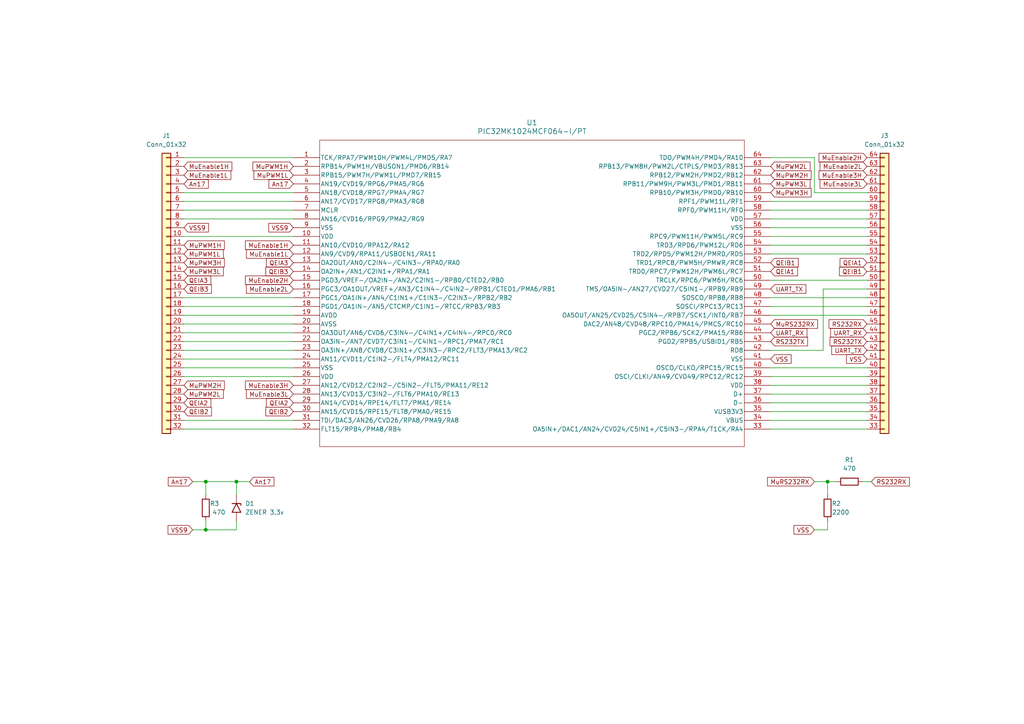
<source format=kicad_sch>
(kicad_sch (version 20230121) (generator eeschema)

  (uuid 9b3061b7-5df0-4742-b305-2ff3658d59fd)

  (paper "A4")

  (lib_symbols
    (symbol "Conn_01x32_1" (pin_names (offset 1.016) hide) (in_bom yes) (on_board yes)
      (property "Reference" "J2" (at 0 44.45 0)
        (effects (font (size 1.27 1.27)))
      )
      (property "Value" "Conn_01x32" (at 0 41.91 0)
        (effects (font (size 1.27 1.27)))
      )
      (property "Footprint" "Connector_PinHeader_2.54mm:PinHeader_1x32_P2.54mm_Vertical" (at 0 0 0)
        (effects (font (size 1.27 1.27)) hide)
      )
      (property "Datasheet" "~" (at 0 0 0)
        (effects (font (size 1.27 1.27)) hide)
      )
      (property "ki_keywords" "connector" (at 0 0 0)
        (effects (font (size 1.27 1.27)) hide)
      )
      (property "ki_description" "Generic connector, single row, 01x32, script generated (kicad-library-utils/schlib/autogen/connector/)" (at 0 0 0)
        (effects (font (size 1.27 1.27)) hide)
      )
      (property "ki_fp_filters" "Connector*:*_1x??_*" (at 0 0 0)
        (effects (font (size 1.27 1.27)) hide)
      )
      (symbol "Conn_01x32_1_1_1"
        (rectangle (start -1.27 -40.513) (end 0 -40.767)
          (stroke (width 0.1524) (type default))
          (fill (type none))
        )
        (rectangle (start -1.27 -37.973) (end 0 -38.227)
          (stroke (width 0.1524) (type default))
          (fill (type none))
        )
        (rectangle (start -1.27 -35.433) (end 0 -35.687)
          (stroke (width 0.1524) (type default))
          (fill (type none))
        )
        (rectangle (start -1.27 -32.893) (end 0 -33.147)
          (stroke (width 0.1524) (type default))
          (fill (type none))
        )
        (rectangle (start -1.27 -30.353) (end 0 -30.607)
          (stroke (width 0.1524) (type default))
          (fill (type none))
        )
        (rectangle (start -1.27 -27.813) (end 0 -28.067)
          (stroke (width 0.1524) (type default))
          (fill (type none))
        )
        (rectangle (start -1.27 -25.273) (end 0 -25.527)
          (stroke (width 0.1524) (type default))
          (fill (type none))
        )
        (rectangle (start -1.27 -22.733) (end 0 -22.987)
          (stroke (width 0.1524) (type default))
          (fill (type none))
        )
        (rectangle (start -1.27 -20.193) (end 0 -20.447)
          (stroke (width 0.1524) (type default))
          (fill (type none))
        )
        (rectangle (start -1.27 -17.653) (end 0 -17.907)
          (stroke (width 0.1524) (type default))
          (fill (type none))
        )
        (rectangle (start -1.27 -15.113) (end 0 -15.367)
          (stroke (width 0.1524) (type default))
          (fill (type none))
        )
        (rectangle (start -1.27 -12.573) (end 0 -12.827)
          (stroke (width 0.1524) (type default))
          (fill (type none))
        )
        (rectangle (start -1.27 -10.033) (end 0 -10.287)
          (stroke (width 0.1524) (type default))
          (fill (type none))
        )
        (rectangle (start -1.27 -7.493) (end 0 -7.747)
          (stroke (width 0.1524) (type default))
          (fill (type none))
        )
        (rectangle (start -1.27 -4.953) (end 0 -5.207)
          (stroke (width 0.1524) (type default))
          (fill (type none))
        )
        (rectangle (start -1.27 -2.413) (end 0 -2.667)
          (stroke (width 0.1524) (type default))
          (fill (type none))
        )
        (rectangle (start -1.27 0.127) (end 0 -0.127)
          (stroke (width 0.1524) (type default))
          (fill (type none))
        )
        (rectangle (start -1.27 2.667) (end 0 2.413)
          (stroke (width 0.1524) (type default))
          (fill (type none))
        )
        (rectangle (start -1.27 5.207) (end 0 4.953)
          (stroke (width 0.1524) (type default))
          (fill (type none))
        )
        (rectangle (start -1.27 7.747) (end 0 7.493)
          (stroke (width 0.1524) (type default))
          (fill (type none))
        )
        (rectangle (start -1.27 10.287) (end 0 10.033)
          (stroke (width 0.1524) (type default))
          (fill (type none))
        )
        (rectangle (start -1.27 12.827) (end 0 12.573)
          (stroke (width 0.1524) (type default))
          (fill (type none))
        )
        (rectangle (start -1.27 15.367) (end 0 15.113)
          (stroke (width 0.1524) (type default))
          (fill (type none))
        )
        (rectangle (start -1.27 17.907) (end 0 17.653)
          (stroke (width 0.1524) (type default))
          (fill (type none))
        )
        (rectangle (start -1.27 20.447) (end 0 20.193)
          (stroke (width 0.1524) (type default))
          (fill (type none))
        )
        (rectangle (start -1.27 22.987) (end 0 22.733)
          (stroke (width 0.1524) (type default))
          (fill (type none))
        )
        (rectangle (start -1.27 25.527) (end 0 25.273)
          (stroke (width 0.1524) (type default))
          (fill (type none))
        )
        (rectangle (start -1.27 28.067) (end 0 27.813)
          (stroke (width 0.1524) (type default))
          (fill (type none))
        )
        (rectangle (start -1.27 30.607) (end 0 30.353)
          (stroke (width 0.1524) (type default))
          (fill (type none))
        )
        (rectangle (start -1.27 33.147) (end 0 32.893)
          (stroke (width 0.1524) (type default))
          (fill (type none))
        )
        (rectangle (start -1.27 35.687) (end 0 35.433)
          (stroke (width 0.1524) (type default))
          (fill (type none))
        )
        (rectangle (start -1.27 38.227) (end 0 37.973)
          (stroke (width 0.1524) (type default))
          (fill (type none))
        )
        (rectangle (start -1.27 39.37) (end 1.27 -41.91)
          (stroke (width 0.254) (type default))
          (fill (type background))
        )
        (pin passive line (at -5.08 -40.64 0) (length 3.81)
          (name "Pin_32" (effects (font (size 1.27 1.27))))
          (number "33" (effects (font (size 1.27 1.27))))
        )
        (pin passive line (at -5.08 -38.1 0) (length 3.81)
          (name "Pin_31" (effects (font (size 1.27 1.27))))
          (number "34" (effects (font (size 1.27 1.27))))
        )
        (pin passive line (at -5.08 -35.56 0) (length 3.81)
          (name "Pin_30" (effects (font (size 1.27 1.27))))
          (number "35" (effects (font (size 1.27 1.27))))
        )
        (pin passive line (at -5.08 -33.02 0) (length 3.81)
          (name "Pin_29" (effects (font (size 1.27 1.27))))
          (number "36" (effects (font (size 1.27 1.27))))
        )
        (pin passive line (at -5.08 -30.48 0) (length 3.81)
          (name "Pin_28" (effects (font (size 1.27 1.27))))
          (number "37" (effects (font (size 1.27 1.27))))
        )
        (pin passive line (at -5.08 -27.94 0) (length 3.81)
          (name "Pin_27" (effects (font (size 1.27 1.27))))
          (number "38" (effects (font (size 1.27 1.27))))
        )
        (pin passive line (at -5.08 -25.4 0) (length 3.81)
          (name "Pin_26" (effects (font (size 1.27 1.27))))
          (number "39" (effects (font (size 1.27 1.27))))
        )
        (pin passive line (at -5.08 -22.86 0) (length 3.81)
          (name "Pin_25" (effects (font (size 1.27 1.27))))
          (number "40" (effects (font (size 1.27 1.27))))
        )
        (pin passive line (at -5.08 -20.32 0) (length 3.81)
          (name "Pin_24" (effects (font (size 1.27 1.27))))
          (number "41" (effects (font (size 1.27 1.27))))
        )
        (pin passive line (at -5.08 -17.78 0) (length 3.81)
          (name "Pin_23" (effects (font (size 1.27 1.27))))
          (number "42" (effects (font (size 1.27 1.27))))
        )
        (pin passive line (at -5.08 -15.24 0) (length 3.81)
          (name "Pin_22" (effects (font (size 1.27 1.27))))
          (number "43" (effects (font (size 1.27 1.27))))
        )
        (pin passive line (at -5.08 -12.7 0) (length 3.81)
          (name "Pin_21" (effects (font (size 1.27 1.27))))
          (number "44" (effects (font (size 1.27 1.27))))
        )
        (pin passive line (at -5.08 -10.16 0) (length 3.81)
          (name "Pin_20" (effects (font (size 1.27 1.27))))
          (number "45" (effects (font (size 1.27 1.27))))
        )
        (pin passive line (at -5.08 -7.62 0) (length 3.81)
          (name "Pin_19" (effects (font (size 1.27 1.27))))
          (number "46" (effects (font (size 1.27 1.27))))
        )
        (pin passive line (at -5.08 -5.08 0) (length 3.81)
          (name "Pin_18" (effects (font (size 1.27 1.27))))
          (number "47" (effects (font (size 1.27 1.27))))
        )
        (pin passive line (at -5.08 -2.54 0) (length 3.81)
          (name "Pin_17" (effects (font (size 1.27 1.27))))
          (number "48" (effects (font (size 1.27 1.27))))
        )
        (pin passive line (at -5.08 0 0) (length 3.81)
          (name "Pin_16" (effects (font (size 1.27 1.27))))
          (number "49" (effects (font (size 1.27 1.27))))
        )
        (pin passive line (at -5.08 2.54 0) (length 3.81)
          (name "Pin_15" (effects (font (size 1.27 1.27))))
          (number "50" (effects (font (size 1.27 1.27))))
        )
        (pin passive line (at -5.08 5.08 0) (length 3.81)
          (name "Pin_14" (effects (font (size 1.27 1.27))))
          (number "51" (effects (font (size 1.27 1.27))))
        )
        (pin passive line (at -5.08 7.62 0) (length 3.81)
          (name "Pin_13" (effects (font (size 1.27 1.27))))
          (number "52" (effects (font (size 1.27 1.27))))
        )
        (pin passive line (at -5.08 10.16 0) (length 3.81)
          (name "Pin_12" (effects (font (size 1.27 1.27))))
          (number "53" (effects (font (size 1.27 1.27))))
        )
        (pin passive line (at -5.08 12.7 0) (length 3.81)
          (name "Pin_11" (effects (font (size 1.27 1.27))))
          (number "54" (effects (font (size 1.27 1.27))))
        )
        (pin passive line (at -5.08 15.24 0) (length 3.81)
          (name "Pin_10" (effects (font (size 1.27 1.27))))
          (number "55" (effects (font (size 1.27 1.27))))
        )
        (pin passive line (at -5.08 17.78 0) (length 3.81)
          (name "Pin_9" (effects (font (size 1.27 1.27))))
          (number "56" (effects (font (size 1.27 1.27))))
        )
        (pin passive line (at -5.08 20.32 0) (length 3.81)
          (name "Pin_8" (effects (font (size 1.27 1.27))))
          (number "57" (effects (font (size 1.27 1.27))))
        )
        (pin passive line (at -5.08 22.86 0) (length 3.81)
          (name "Pin_7" (effects (font (size 1.27 1.27))))
          (number "58" (effects (font (size 1.27 1.27))))
        )
        (pin passive line (at -5.08 25.4 0) (length 3.81)
          (name "Pin_6" (effects (font (size 1.27 1.27))))
          (number "59" (effects (font (size 1.27 1.27))))
        )
        (pin passive line (at -5.08 27.94 0) (length 3.81)
          (name "Pin_5" (effects (font (size 1.27 1.27))))
          (number "60" (effects (font (size 1.27 1.27))))
        )
        (pin passive line (at -5.08 30.48 0) (length 3.81)
          (name "Pin_4" (effects (font (size 1.27 1.27))))
          (number "61" (effects (font (size 1.27 1.27))))
        )
        (pin passive line (at -5.08 33.02 0) (length 3.81)
          (name "Pin_3" (effects (font (size 1.27 1.27))))
          (number "62" (effects (font (size 1.27 1.27))))
        )
        (pin passive line (at -5.08 35.56 0) (length 3.81)
          (name "Pin_2" (effects (font (size 1.27 1.27))))
          (number "63" (effects (font (size 1.27 1.27))))
        )
        (pin passive line (at -5.08 38.1 0) (length 3.81)
          (name "Pin_1" (effects (font (size 1.27 1.27))))
          (number "64" (effects (font (size 1.27 1.27))))
        )
      )
    )
    (symbol "Connector_Generic:Conn_01x32" (pin_names (offset 1.016) hide) (in_bom yes) (on_board yes)
      (property "Reference" "J" (at 0 40.64 0)
        (effects (font (size 1.27 1.27)))
      )
      (property "Value" "Conn_01x32" (at 0 -43.18 0)
        (effects (font (size 1.27 1.27)))
      )
      (property "Footprint" "" (at 0 0 0)
        (effects (font (size 1.27 1.27)) hide)
      )
      (property "Datasheet" "~" (at 0 0 0)
        (effects (font (size 1.27 1.27)) hide)
      )
      (property "ki_keywords" "connector" (at 0 0 0)
        (effects (font (size 1.27 1.27)) hide)
      )
      (property "ki_description" "Generic connector, single row, 01x32, script generated (kicad-library-utils/schlib/autogen/connector/)" (at 0 0 0)
        (effects (font (size 1.27 1.27)) hide)
      )
      (property "ki_fp_filters" "Connector*:*_1x??_*" (at 0 0 0)
        (effects (font (size 1.27 1.27)) hide)
      )
      (symbol "Conn_01x32_1_1"
        (rectangle (start -1.27 -40.513) (end 0 -40.767)
          (stroke (width 0.1524) (type default))
          (fill (type none))
        )
        (rectangle (start -1.27 -37.973) (end 0 -38.227)
          (stroke (width 0.1524) (type default))
          (fill (type none))
        )
        (rectangle (start -1.27 -35.433) (end 0 -35.687)
          (stroke (width 0.1524) (type default))
          (fill (type none))
        )
        (rectangle (start -1.27 -32.893) (end 0 -33.147)
          (stroke (width 0.1524) (type default))
          (fill (type none))
        )
        (rectangle (start -1.27 -30.353) (end 0 -30.607)
          (stroke (width 0.1524) (type default))
          (fill (type none))
        )
        (rectangle (start -1.27 -27.813) (end 0 -28.067)
          (stroke (width 0.1524) (type default))
          (fill (type none))
        )
        (rectangle (start -1.27 -25.273) (end 0 -25.527)
          (stroke (width 0.1524) (type default))
          (fill (type none))
        )
        (rectangle (start -1.27 -22.733) (end 0 -22.987)
          (stroke (width 0.1524) (type default))
          (fill (type none))
        )
        (rectangle (start -1.27 -20.193) (end 0 -20.447)
          (stroke (width 0.1524) (type default))
          (fill (type none))
        )
        (rectangle (start -1.27 -17.653) (end 0 -17.907)
          (stroke (width 0.1524) (type default))
          (fill (type none))
        )
        (rectangle (start -1.27 -15.113) (end 0 -15.367)
          (stroke (width 0.1524) (type default))
          (fill (type none))
        )
        (rectangle (start -1.27 -12.573) (end 0 -12.827)
          (stroke (width 0.1524) (type default))
          (fill (type none))
        )
        (rectangle (start -1.27 -10.033) (end 0 -10.287)
          (stroke (width 0.1524) (type default))
          (fill (type none))
        )
        (rectangle (start -1.27 -7.493) (end 0 -7.747)
          (stroke (width 0.1524) (type default))
          (fill (type none))
        )
        (rectangle (start -1.27 -4.953) (end 0 -5.207)
          (stroke (width 0.1524) (type default))
          (fill (type none))
        )
        (rectangle (start -1.27 -2.413) (end 0 -2.667)
          (stroke (width 0.1524) (type default))
          (fill (type none))
        )
        (rectangle (start -1.27 0.127) (end 0 -0.127)
          (stroke (width 0.1524) (type default))
          (fill (type none))
        )
        (rectangle (start -1.27 2.667) (end 0 2.413)
          (stroke (width 0.1524) (type default))
          (fill (type none))
        )
        (rectangle (start -1.27 5.207) (end 0 4.953)
          (stroke (width 0.1524) (type default))
          (fill (type none))
        )
        (rectangle (start -1.27 7.747) (end 0 7.493)
          (stroke (width 0.1524) (type default))
          (fill (type none))
        )
        (rectangle (start -1.27 10.287) (end 0 10.033)
          (stroke (width 0.1524) (type default))
          (fill (type none))
        )
        (rectangle (start -1.27 12.827) (end 0 12.573)
          (stroke (width 0.1524) (type default))
          (fill (type none))
        )
        (rectangle (start -1.27 15.367) (end 0 15.113)
          (stroke (width 0.1524) (type default))
          (fill (type none))
        )
        (rectangle (start -1.27 17.907) (end 0 17.653)
          (stroke (width 0.1524) (type default))
          (fill (type none))
        )
        (rectangle (start -1.27 20.447) (end 0 20.193)
          (stroke (width 0.1524) (type default))
          (fill (type none))
        )
        (rectangle (start -1.27 22.987) (end 0 22.733)
          (stroke (width 0.1524) (type default))
          (fill (type none))
        )
        (rectangle (start -1.27 25.527) (end 0 25.273)
          (stroke (width 0.1524) (type default))
          (fill (type none))
        )
        (rectangle (start -1.27 28.067) (end 0 27.813)
          (stroke (width 0.1524) (type default))
          (fill (type none))
        )
        (rectangle (start -1.27 30.607) (end 0 30.353)
          (stroke (width 0.1524) (type default))
          (fill (type none))
        )
        (rectangle (start -1.27 33.147) (end 0 32.893)
          (stroke (width 0.1524) (type default))
          (fill (type none))
        )
        (rectangle (start -1.27 35.687) (end 0 35.433)
          (stroke (width 0.1524) (type default))
          (fill (type none))
        )
        (rectangle (start -1.27 38.227) (end 0 37.973)
          (stroke (width 0.1524) (type default))
          (fill (type none))
        )
        (rectangle (start -1.27 39.37) (end 1.27 -41.91)
          (stroke (width 0.254) (type default))
          (fill (type background))
        )
        (pin passive line (at -5.08 38.1 0) (length 3.81)
          (name "Pin_1" (effects (font (size 1.27 1.27))))
          (number "1" (effects (font (size 1.27 1.27))))
        )
        (pin passive line (at -5.08 15.24 0) (length 3.81)
          (name "Pin_10" (effects (font (size 1.27 1.27))))
          (number "10" (effects (font (size 1.27 1.27))))
        )
        (pin passive line (at -5.08 12.7 0) (length 3.81)
          (name "Pin_11" (effects (font (size 1.27 1.27))))
          (number "11" (effects (font (size 1.27 1.27))))
        )
        (pin passive line (at -5.08 10.16 0) (length 3.81)
          (name "Pin_12" (effects (font (size 1.27 1.27))))
          (number "12" (effects (font (size 1.27 1.27))))
        )
        (pin passive line (at -5.08 7.62 0) (length 3.81)
          (name "Pin_13" (effects (font (size 1.27 1.27))))
          (number "13" (effects (font (size 1.27 1.27))))
        )
        (pin passive line (at -5.08 5.08 0) (length 3.81)
          (name "Pin_14" (effects (font (size 1.27 1.27))))
          (number "14" (effects (font (size 1.27 1.27))))
        )
        (pin passive line (at -5.08 2.54 0) (length 3.81)
          (name "Pin_15" (effects (font (size 1.27 1.27))))
          (number "15" (effects (font (size 1.27 1.27))))
        )
        (pin passive line (at -5.08 0 0) (length 3.81)
          (name "Pin_16" (effects (font (size 1.27 1.27))))
          (number "16" (effects (font (size 1.27 1.27))))
        )
        (pin passive line (at -5.08 -2.54 0) (length 3.81)
          (name "Pin_17" (effects (font (size 1.27 1.27))))
          (number "17" (effects (font (size 1.27 1.27))))
        )
        (pin passive line (at -5.08 -5.08 0) (length 3.81)
          (name "Pin_18" (effects (font (size 1.27 1.27))))
          (number "18" (effects (font (size 1.27 1.27))))
        )
        (pin passive line (at -5.08 -7.62 0) (length 3.81)
          (name "Pin_19" (effects (font (size 1.27 1.27))))
          (number "19" (effects (font (size 1.27 1.27))))
        )
        (pin passive line (at -5.08 35.56 0) (length 3.81)
          (name "Pin_2" (effects (font (size 1.27 1.27))))
          (number "2" (effects (font (size 1.27 1.27))))
        )
        (pin passive line (at -5.08 -10.16 0) (length 3.81)
          (name "Pin_20" (effects (font (size 1.27 1.27))))
          (number "20" (effects (font (size 1.27 1.27))))
        )
        (pin passive line (at -5.08 -12.7 0) (length 3.81)
          (name "Pin_21" (effects (font (size 1.27 1.27))))
          (number "21" (effects (font (size 1.27 1.27))))
        )
        (pin passive line (at -5.08 -15.24 0) (length 3.81)
          (name "Pin_22" (effects (font (size 1.27 1.27))))
          (number "22" (effects (font (size 1.27 1.27))))
        )
        (pin passive line (at -5.08 -17.78 0) (length 3.81)
          (name "Pin_23" (effects (font (size 1.27 1.27))))
          (number "23" (effects (font (size 1.27 1.27))))
        )
        (pin passive line (at -5.08 -20.32 0) (length 3.81)
          (name "Pin_24" (effects (font (size 1.27 1.27))))
          (number "24" (effects (font (size 1.27 1.27))))
        )
        (pin passive line (at -5.08 -22.86 0) (length 3.81)
          (name "Pin_25" (effects (font (size 1.27 1.27))))
          (number "25" (effects (font (size 1.27 1.27))))
        )
        (pin passive line (at -5.08 -25.4 0) (length 3.81)
          (name "Pin_26" (effects (font (size 1.27 1.27))))
          (number "26" (effects (font (size 1.27 1.27))))
        )
        (pin passive line (at -5.08 -27.94 0) (length 3.81)
          (name "Pin_27" (effects (font (size 1.27 1.27))))
          (number "27" (effects (font (size 1.27 1.27))))
        )
        (pin passive line (at -5.08 -30.48 0) (length 3.81)
          (name "Pin_28" (effects (font (size 1.27 1.27))))
          (number "28" (effects (font (size 1.27 1.27))))
        )
        (pin passive line (at -5.08 -33.02 0) (length 3.81)
          (name "Pin_29" (effects (font (size 1.27 1.27))))
          (number "29" (effects (font (size 1.27 1.27))))
        )
        (pin passive line (at -5.08 33.02 0) (length 3.81)
          (name "Pin_3" (effects (font (size 1.27 1.27))))
          (number "3" (effects (font (size 1.27 1.27))))
        )
        (pin passive line (at -5.08 -35.56 0) (length 3.81)
          (name "Pin_30" (effects (font (size 1.27 1.27))))
          (number "30" (effects (font (size 1.27 1.27))))
        )
        (pin passive line (at -5.08 -38.1 0) (length 3.81)
          (name "Pin_31" (effects (font (size 1.27 1.27))))
          (number "31" (effects (font (size 1.27 1.27))))
        )
        (pin passive line (at -5.08 -40.64 0) (length 3.81)
          (name "Pin_32" (effects (font (size 1.27 1.27))))
          (number "32" (effects (font (size 1.27 1.27))))
        )
        (pin passive line (at -5.08 30.48 0) (length 3.81)
          (name "Pin_4" (effects (font (size 1.27 1.27))))
          (number "4" (effects (font (size 1.27 1.27))))
        )
        (pin passive line (at -5.08 27.94 0) (length 3.81)
          (name "Pin_5" (effects (font (size 1.27 1.27))))
          (number "5" (effects (font (size 1.27 1.27))))
        )
        (pin passive line (at -5.08 25.4 0) (length 3.81)
          (name "Pin_6" (effects (font (size 1.27 1.27))))
          (number "6" (effects (font (size 1.27 1.27))))
        )
        (pin passive line (at -5.08 22.86 0) (length 3.81)
          (name "Pin_7" (effects (font (size 1.27 1.27))))
          (number "7" (effects (font (size 1.27 1.27))))
        )
        (pin passive line (at -5.08 20.32 0) (length 3.81)
          (name "Pin_8" (effects (font (size 1.27 1.27))))
          (number "8" (effects (font (size 1.27 1.27))))
        )
        (pin passive line (at -5.08 17.78 0) (length 3.81)
          (name "Pin_9" (effects (font (size 1.27 1.27))))
          (number "9" (effects (font (size 1.27 1.27))))
        )
      )
    )
    (symbol "Device:R" (pin_numbers hide) (pin_names (offset 0)) (in_bom yes) (on_board yes)
      (property "Reference" "R" (at 2.032 0 90)
        (effects (font (size 1.27 1.27)))
      )
      (property "Value" "R" (at 0 0 90)
        (effects (font (size 1.27 1.27)))
      )
      (property "Footprint" "" (at -1.778 0 90)
        (effects (font (size 1.27 1.27)) hide)
      )
      (property "Datasheet" "~" (at 0 0 0)
        (effects (font (size 1.27 1.27)) hide)
      )
      (property "ki_keywords" "R res resistor" (at 0 0 0)
        (effects (font (size 1.27 1.27)) hide)
      )
      (property "ki_description" "Resistor" (at 0 0 0)
        (effects (font (size 1.27 1.27)) hide)
      )
      (property "ki_fp_filters" "R_*" (at 0 0 0)
        (effects (font (size 1.27 1.27)) hide)
      )
      (symbol "R_0_1"
        (rectangle (start -1.016 -2.54) (end 1.016 2.54)
          (stroke (width 0.254) (type default))
          (fill (type none))
        )
      )
      (symbol "R_1_1"
        (pin passive line (at 0 3.81 270) (length 1.27)
          (name "~" (effects (font (size 1.27 1.27))))
          (number "1" (effects (font (size 1.27 1.27))))
        )
        (pin passive line (at 0 -3.81 90) (length 1.27)
          (name "~" (effects (font (size 1.27 1.27))))
          (number "2" (effects (font (size 1.27 1.27))))
        )
      )
    )
    (symbol "Diode:1.5KExxA" (pin_numbers hide) (pin_names (offset 1.016) hide) (in_bom yes) (on_board yes)
      (property "Reference" "D" (at 0 2.54 0)
        (effects (font (size 1.27 1.27)))
      )
      (property "Value" "1.5KExxA" (at 0 -2.54 0)
        (effects (font (size 1.27 1.27)))
      )
      (property "Footprint" "Diode_THT:D_DO-201AE_P15.24mm_Horizontal" (at 0 -5.08 0)
        (effects (font (size 1.27 1.27)) hide)
      )
      (property "Datasheet" "https://www.vishay.com/docs/88301/15ke.pdf" (at -1.27 0 0)
        (effects (font (size 1.27 1.27)) hide)
      )
      (property "ki_keywords" "diode TVS voltage suppressor" (at 0 0 0)
        (effects (font (size 1.27 1.27)) hide)
      )
      (property "ki_description" "1500W unidirectional TRANSZORB® Transient Voltage Suppressor, DO-201AE" (at 0 0 0)
        (effects (font (size 1.27 1.27)) hide)
      )
      (property "ki_fp_filters" "D?DO?201AE*" (at 0 0 0)
        (effects (font (size 1.27 1.27)) hide)
      )
      (symbol "1.5KExxA_0_1"
        (polyline
          (pts
            (xy -0.762 1.27)
            (xy -1.27 1.27)
            (xy -1.27 -1.27)
          )
          (stroke (width 0.254) (type default))
          (fill (type none))
        )
        (polyline
          (pts
            (xy 1.27 1.27)
            (xy 1.27 -1.27)
            (xy -1.27 0)
            (xy 1.27 1.27)
          )
          (stroke (width 0.254) (type default))
          (fill (type none))
        )
      )
      (symbol "1.5KExxA_1_1"
        (pin passive line (at -3.81 0 0) (length 2.54)
          (name "A1" (effects (font (size 1.27 1.27))))
          (number "1" (effects (font (size 1.27 1.27))))
        )
        (pin passive line (at 3.81 0 180) (length 2.54)
          (name "A2" (effects (font (size 1.27 1.27))))
          (number "2" (effects (font (size 1.27 1.27))))
        )
      )
    )
    (symbol "Pic32:PIC32MK1024MCF064-I_PT" (pin_names (offset 0.254)) (in_bom yes) (on_board yes)
      (property "Reference" "U" (at 73.66 11.43 0)
        (effects (font (size 1.524 1.524)))
      )
      (property "Value" "PIC32MK1024MCF064-I/PT" (at 73.66 8.89 0)
        (effects (font (size 1.524 1.524)))
      )
      (property "Footprint" "TQFP64_PT_MCH" (at 0 0 0)
        (effects (font (size 1.27 1.27) italic) hide)
      )
      (property "Datasheet" "PIC32MK1024MCF064-I/PT" (at 0 0 0)
        (effects (font (size 1.27 1.27) italic) hide)
      )
      (property "ki_locked" "" (at 0 0 0)
        (effects (font (size 1.27 1.27)))
      )
      (property "ki_keywords" "PIC32MK1024MCF064-I/PT" (at 0 0 0)
        (effects (font (size 1.27 1.27)) hide)
      )
      (property "ki_fp_filters" "TQFP64_PT_MCH TQFP64_PT_MCH-M TQFP64_PT_MCH-L" (at 0 0 0)
        (effects (font (size 1.27 1.27)) hide)
      )
      (symbol "PIC32MK1024MCF064-I_PT_0_1"
        (polyline
          (pts
            (xy 7.62 -83.82)
            (xy 130.81 -83.82)
          )
          (stroke (width 0.127) (type default))
          (fill (type none))
        )
        (polyline
          (pts
            (xy 7.62 5.08)
            (xy 7.62 -83.82)
          )
          (stroke (width 0.127) (type default))
          (fill (type none))
        )
        (polyline
          (pts
            (xy 130.81 -83.82)
            (xy 130.81 5.08)
          )
          (stroke (width 0.127) (type default))
          (fill (type none))
        )
        (polyline
          (pts
            (xy 130.81 5.08)
            (xy 7.62 5.08)
          )
          (stroke (width 0.127) (type default))
          (fill (type none))
        )
        (pin bidirectional line (at 0 0 0) (length 7.62)
          (name "TCK/RPA7/PWM10H/PWM4L/PMD5/RA7" (effects (font (size 1.27 1.27))))
          (number "1" (effects (font (size 1.27 1.27))))
        )
        (pin power_in line (at 0 -22.86 0) (length 7.62)
          (name "VDD" (effects (font (size 1.27 1.27))))
          (number "10" (effects (font (size 1.27 1.27))))
        )
        (pin bidirectional line (at 0 -25.4 0) (length 7.62)
          (name "AN10/CVD10/RPA12/RA12" (effects (font (size 1.27 1.27))))
          (number "11" (effects (font (size 1.27 1.27))))
        )
        (pin bidirectional line (at 0 -27.94 0) (length 7.62)
          (name "AN9/CVD9/RPA11/USBOEN1/RA11" (effects (font (size 1.27 1.27))))
          (number "12" (effects (font (size 1.27 1.27))))
        )
        (pin input line (at 0 -30.48 0) (length 7.62)
          (name "OA2OUT/AN0/C2IN4-/C4IN3-/RPA0/RA0" (effects (font (size 1.27 1.27))))
          (number "13" (effects (font (size 1.27 1.27))))
        )
        (pin input line (at 0 -33.02 0) (length 7.62)
          (name "OA2IN+/AN1/C2IN1+/RPA1/RA1" (effects (font (size 1.27 1.27))))
          (number "14" (effects (font (size 1.27 1.27))))
        )
        (pin input line (at 0 -35.56 0) (length 7.62)
          (name "PGD3/VREF-/OA2IN-/AN2/C2IN1-/RPB0/CTED2/RB0" (effects (font (size 1.27 1.27))))
          (number "15" (effects (font (size 1.27 1.27))))
        )
        (pin input line (at 0 -38.1 0) (length 7.62)
          (name "PGC3/OA1OUT/VREF+/AN3/C1IN4-/C4IN2-/RPB1/CTED1/PMA6/RB1" (effects (font (size 1.27 1.27))))
          (number "16" (effects (font (size 1.27 1.27))))
        )
        (pin input line (at 0 -40.64 0) (length 7.62)
          (name "PGC1/OA1IN+/AN4/C1IN1+/C1IN3-/C2IN3-/RPB2/RB2" (effects (font (size 1.27 1.27))))
          (number "17" (effects (font (size 1.27 1.27))))
        )
        (pin input line (at 0 -43.18 0) (length 7.62)
          (name "PGD1/OA1IN-/AN5/CTCMP/C1IN1-/RTCC/RPB3/RB3" (effects (font (size 1.27 1.27))))
          (number "18" (effects (font (size 1.27 1.27))))
        )
        (pin power_in line (at 0 -45.72 0) (length 7.62)
          (name "AVDD" (effects (font (size 1.27 1.27))))
          (number "19" (effects (font (size 1.27 1.27))))
        )
        (pin bidirectional line (at 0 -2.54 0) (length 7.62)
          (name "RPB14/PWM1H/VBUSON1/PMD6/RB14" (effects (font (size 1.27 1.27))))
          (number "2" (effects (font (size 1.27 1.27))))
        )
        (pin power_out line (at 0 -48.26 0) (length 7.62)
          (name "AVSS" (effects (font (size 1.27 1.27))))
          (number "20" (effects (font (size 1.27 1.27))))
        )
        (pin input line (at 0 -50.8 0) (length 7.62)
          (name "OA3OUT/AN6/CVD6/C3IN4-/C4IN1+/C4IN4-/RPC0/RC0" (effects (font (size 1.27 1.27))))
          (number "21" (effects (font (size 1.27 1.27))))
        )
        (pin input line (at 0 -53.34 0) (length 7.62)
          (name "OA3IN-/AN7/CVD7/C3IN1-/C4IN1-/RPC1/PMA7/RC1" (effects (font (size 1.27 1.27))))
          (number "22" (effects (font (size 1.27 1.27))))
        )
        (pin input line (at 0 -55.88 0) (length 7.62)
          (name "OA3IN+/AN8/CVD8/C3IN1+/C3IN3-/RPC2/FLT3/PMA13/RC2" (effects (font (size 1.27 1.27))))
          (number "23" (effects (font (size 1.27 1.27))))
        )
        (pin input line (at 0 -58.42 0) (length 7.62)
          (name "AN11/CVD11/C1IN2-/FLT4/PMA12/RC11" (effects (font (size 1.27 1.27))))
          (number "24" (effects (font (size 1.27 1.27))))
        )
        (pin power_out line (at 0 -60.96 0) (length 7.62)
          (name "VSS" (effects (font (size 1.27 1.27))))
          (number "25" (effects (font (size 1.27 1.27))))
        )
        (pin power_in line (at 0 -63.5 0) (length 7.62)
          (name "VDD" (effects (font (size 1.27 1.27))))
          (number "26" (effects (font (size 1.27 1.27))))
        )
        (pin input line (at 0 -66.04 0) (length 7.62)
          (name "AN12/CVD12/C2IN2-/C5IN2-/FLT5/PMA11/RE12" (effects (font (size 1.27 1.27))))
          (number "27" (effects (font (size 1.27 1.27))))
        )
        (pin input line (at 0 -68.58 0) (length 7.62)
          (name "AN13/CVD13/C3IN2-/FLT6/PMA10/RE13" (effects (font (size 1.27 1.27))))
          (number "28" (effects (font (size 1.27 1.27))))
        )
        (pin bidirectional line (at 0 -71.12 0) (length 7.62)
          (name "AN14/CVD14/RPE14/FLT7/PMA1/RE14" (effects (font (size 1.27 1.27))))
          (number "29" (effects (font (size 1.27 1.27))))
        )
        (pin bidirectional line (at 0 -5.08 0) (length 7.62)
          (name "RPB15/PWM7H/PWM1L/PMD7/RB15" (effects (font (size 1.27 1.27))))
          (number "3" (effects (font (size 1.27 1.27))))
        )
        (pin bidirectional line (at 0 -73.66 0) (length 7.62)
          (name "AN15/CVD15/RPE15/FLT8/PMA0/RE15" (effects (font (size 1.27 1.27))))
          (number "30" (effects (font (size 1.27 1.27))))
        )
        (pin bidirectional line (at 0 -76.2 0) (length 7.62)
          (name "TDI/DAC3/AN26/CVD26/RPA8/PMA9/RA8" (effects (font (size 1.27 1.27))))
          (number "31" (effects (font (size 1.27 1.27))))
        )
        (pin unspecified line (at 0 -78.74 0) (length 7.62)
          (name "FLT15/RPB4/PMA8/RB4" (effects (font (size 1.27 1.27))))
          (number "32" (effects (font (size 1.27 1.27))))
        )
        (pin input line (at 138.43 -78.74 180) (length 7.62)
          (name "OA5IN+/DAC1/AN24/CVD24/C5IN1+/C5IN3-/RPA4/T1CK/RA4" (effects (font (size 1.27 1.27))))
          (number "33" (effects (font (size 1.27 1.27))))
        )
        (pin unspecified line (at 138.43 -76.2 180) (length 7.62)
          (name "VBUS" (effects (font (size 1.27 1.27))))
          (number "34" (effects (font (size 1.27 1.27))))
        )
        (pin unspecified line (at 138.43 -73.66 180) (length 7.62)
          (name "VUSB3V3" (effects (font (size 1.27 1.27))))
          (number "35" (effects (font (size 1.27 1.27))))
        )
        (pin unspecified line (at 138.43 -71.12 180) (length 7.62)
          (name "D-" (effects (font (size 1.27 1.27))))
          (number "36" (effects (font (size 1.27 1.27))))
        )
        (pin unspecified line (at 138.43 -68.58 180) (length 7.62)
          (name "D+" (effects (font (size 1.27 1.27))))
          (number "37" (effects (font (size 1.27 1.27))))
        )
        (pin power_in line (at 138.43 -66.04 180) (length 7.62)
          (name "VDD" (effects (font (size 1.27 1.27))))
          (number "38" (effects (font (size 1.27 1.27))))
        )
        (pin bidirectional line (at 138.43 -63.5 180) (length 7.62)
          (name "OSCI/CLKI/AN49/CVD49/RPC12/RC12" (effects (font (size 1.27 1.27))))
          (number "39" (effects (font (size 1.27 1.27))))
        )
        (pin bidirectional line (at 0 -7.62 0) (length 7.62)
          (name "AN19/CVD19/RPG6/PMA5/RG6" (effects (font (size 1.27 1.27))))
          (number "4" (effects (font (size 1.27 1.27))))
        )
        (pin unspecified line (at 138.43 -60.96 180) (length 7.62)
          (name "OSCO/CLKO/RPC15/RC15" (effects (font (size 1.27 1.27))))
          (number "40" (effects (font (size 1.27 1.27))))
        )
        (pin power_out line (at 138.43 -58.42 180) (length 7.62)
          (name "VSS" (effects (font (size 1.27 1.27))))
          (number "41" (effects (font (size 1.27 1.27))))
        )
        (pin bidirectional line (at 138.43 -55.88 180) (length 7.62)
          (name "RD8" (effects (font (size 1.27 1.27))))
          (number "42" (effects (font (size 1.27 1.27))))
        )
        (pin bidirectional line (at 138.43 -53.34 180) (length 7.62)
          (name "PGD2/RPB5/USBID1/RB5" (effects (font (size 1.27 1.27))))
          (number "43" (effects (font (size 1.27 1.27))))
        )
        (pin bidirectional line (at 138.43 -50.8 180) (length 7.62)
          (name "PGC2/RPB6/SCK2/PMA15/RB6" (effects (font (size 1.27 1.27))))
          (number "44" (effects (font (size 1.27 1.27))))
        )
        (pin bidirectional line (at 138.43 -48.26 180) (length 7.62)
          (name "DAC2/AN48/CVD48/RPC10/PMA14/PMCS/RC10" (effects (font (size 1.27 1.27))))
          (number "45" (effects (font (size 1.27 1.27))))
        )
        (pin input line (at 138.43 -45.72 180) (length 7.62)
          (name "OA5OUT/AN25/CVD25/C5IN4-/RPB7/SCK1/INT0/RB7" (effects (font (size 1.27 1.27))))
          (number "46" (effects (font (size 1.27 1.27))))
        )
        (pin unspecified line (at 138.43 -43.18 180) (length 7.62)
          (name "SOSCI/RPC13/RC13" (effects (font (size 1.27 1.27))))
          (number "47" (effects (font (size 1.27 1.27))))
        )
        (pin unspecified line (at 138.43 -40.64 180) (length 7.62)
          (name "SOSCO/RPB8/RB8" (effects (font (size 1.27 1.27))))
          (number "48" (effects (font (size 1.27 1.27))))
        )
        (pin input line (at 138.43 -38.1 180) (length 7.62)
          (name "TMS/OA5IN-/AN27/CVD27/C5IN1-/RPB9/RB9" (effects (font (size 1.27 1.27))))
          (number "49" (effects (font (size 1.27 1.27))))
        )
        (pin bidirectional line (at 0 -10.16 0) (length 7.62)
          (name "AN18/CVD18/RPG7/PMA4/RG7" (effects (font (size 1.27 1.27))))
          (number "5" (effects (font (size 1.27 1.27))))
        )
        (pin unspecified line (at 138.43 -35.56 180) (length 7.62)
          (name "TRCLK/RPC6/PWM6H/RC6" (effects (font (size 1.27 1.27))))
          (number "50" (effects (font (size 1.27 1.27))))
        )
        (pin bidirectional line (at 138.43 -33.02 180) (length 7.62)
          (name "TRD0/RPC7/PWM12H/PWM6L/RC7" (effects (font (size 1.27 1.27))))
          (number "51" (effects (font (size 1.27 1.27))))
        )
        (pin bidirectional line (at 138.43 -30.48 180) (length 7.62)
          (name "TRD1/RPC8/PWM5H/PMWR/RC8" (effects (font (size 1.27 1.27))))
          (number "52" (effects (font (size 1.27 1.27))))
        )
        (pin bidirectional line (at 138.43 -27.94 180) (length 7.62)
          (name "TRD2/RPD5/PWM12H/PMRD/RD5" (effects (font (size 1.27 1.27))))
          (number "53" (effects (font (size 1.27 1.27))))
        )
        (pin bidirectional line (at 138.43 -25.4 180) (length 7.62)
          (name "TRD3/RPD6/PWM12L/RD6" (effects (font (size 1.27 1.27))))
          (number "54" (effects (font (size 1.27 1.27))))
        )
        (pin power_out line (at 138.43 -20.32 180) (length 7.62)
          (name "VSS" (effects (font (size 1.27 1.27))))
          (number "56" (effects (font (size 1.27 1.27))))
        )
        (pin power_in line (at 138.43 -17.78 180) (length 7.62)
          (name "VDD" (effects (font (size 1.27 1.27))))
          (number "57" (effects (font (size 1.27 1.27))))
        )
        (pin bidirectional line (at 138.43 -15.24 180) (length 7.62)
          (name "RPF0/PWM11H/RF0" (effects (font (size 1.27 1.27))))
          (number "58" (effects (font (size 1.27 1.27))))
        )
        (pin bidirectional line (at 138.43 -12.7 180) (length 7.62)
          (name "RPF1/PWM11L/RF1" (effects (font (size 1.27 1.27))))
          (number "59" (effects (font (size 1.27 1.27))))
        )
        (pin bidirectional line (at 0 -12.7 0) (length 7.62)
          (name "AN17/CVD17/RPG8/PMA3/RG8" (effects (font (size 1.27 1.27))))
          (number "6" (effects (font (size 1.27 1.27))))
        )
        (pin bidirectional line (at 138.43 -10.16 180) (length 7.62)
          (name "RPB10/PWM3H/PMD0/RB10" (effects (font (size 1.27 1.27))))
          (number "60" (effects (font (size 1.27 1.27))))
        )
        (pin bidirectional line (at 138.43 -7.62 180) (length 7.62)
          (name "RPB11/PWM9H/PWM3L/PMD1/RB11" (effects (font (size 1.27 1.27))))
          (number "61" (effects (font (size 1.27 1.27))))
        )
        (pin bidirectional line (at 138.43 -5.08 180) (length 7.62)
          (name "RPB12/PWM2H/PMD2/RB12" (effects (font (size 1.27 1.27))))
          (number "62" (effects (font (size 1.27 1.27))))
        )
        (pin bidirectional line (at 138.43 -2.54 180) (length 7.62)
          (name "RPB13/PWM8H/PWM2L/CTPLS/PMD3/RB13" (effects (font (size 1.27 1.27))))
          (number "63" (effects (font (size 1.27 1.27))))
        )
        (pin bidirectional line (at 138.43 0 180) (length 7.62)
          (name "TDO/PWM4H/PMD4/RA10" (effects (font (size 1.27 1.27))))
          (number "64" (effects (font (size 1.27 1.27))))
        )
        (pin unspecified line (at 0 -15.24 0) (length 7.62)
          (name "MCLR" (effects (font (size 1.27 1.27))))
          (number "7" (effects (font (size 1.27 1.27))))
        )
        (pin bidirectional line (at 0 -17.78 0) (length 7.62)
          (name "AN16/CVD16/RPG9/PMA2/RG9" (effects (font (size 1.27 1.27))))
          (number "8" (effects (font (size 1.27 1.27))))
        )
        (pin power_out line (at 0 -20.32 0) (length 7.62)
          (name "VSS" (effects (font (size 1.27 1.27))))
          (number "9" (effects (font (size 1.27 1.27))))
        )
      )
      (symbol "PIC32MK1024MCF064-I_PT_1_1"
        (pin bidirectional line (at 138.43 -22.86 180) (length 7.62)
          (name "RPC9/PWM11H/PWM5L/RC9" (effects (font (size 1.27 1.27))))
          (number "55" (effects (font (size 1.27 1.27))))
        )
      )
    )
  )

  (junction (at 240.03 139.7) (diameter 0) (color 0 0 0 0)
    (uuid 7cca73bb-0ba7-4ce8-9a69-a4d62db6a734)
  )
  (junction (at 59.69 139.7) (diameter 0) (color 0 0 0 0)
    (uuid 8522a350-d808-4798-97db-c8c18a5a2d95)
  )
  (junction (at 59.69 153.67) (diameter 0) (color 0 0 0 0)
    (uuid a21647a7-7c1c-4fe2-8050-6e4494161df4)
  )
  (junction (at 68.58 139.7) (diameter 0) (color 0 0 0 0)
    (uuid e9d0355a-3643-4417-991b-51031463a614)
  )

  (wire (pts (xy 223.52 88.9) (xy 251.46 88.9))
    (stroke (width 0) (type default))
    (uuid 02b5b8c8-b864-45be-b4e7-d215ce38f1c3)
  )
  (wire (pts (xy 223.52 119.38) (xy 251.46 119.38))
    (stroke (width 0) (type default))
    (uuid 07b2321a-5a19-4ece-8fe7-ebd200f27eeb)
  )
  (wire (pts (xy 53.34 124.46) (xy 85.09 124.46))
    (stroke (width 0) (type default))
    (uuid 11a41a98-e674-496b-a4b5-b0f5067d8fa9)
  )
  (wire (pts (xy 223.52 109.22) (xy 251.46 109.22))
    (stroke (width 0) (type default))
    (uuid 11bcd8a4-339f-4e5f-8e0a-409c67b43b40)
  )
  (wire (pts (xy 250.19 139.7) (xy 252.73 139.7))
    (stroke (width 0) (type default))
    (uuid 1215474a-cd30-4882-9802-2eca02567d70)
  )
  (wire (pts (xy 53.34 101.6) (xy 85.09 101.6))
    (stroke (width 0) (type default))
    (uuid 1af79711-0dec-409e-ac29-bd8d5066a9e6)
  )
  (wire (pts (xy 223.52 68.58) (xy 251.46 68.58))
    (stroke (width 0) (type default))
    (uuid 1fb3f457-f718-4d60-85e5-bc5800337321)
  )
  (wire (pts (xy 236.22 55.88) (xy 236.22 45.72))
    (stroke (width 0) (type default))
    (uuid 2556dd48-129a-4571-902d-85713eec867b)
  )
  (wire (pts (xy 68.58 139.7) (xy 68.58 143.51))
    (stroke (width 0) (type default))
    (uuid 2695fb3f-8d2c-43a8-a6ee-3b3ad1a0d7e2)
  )
  (wire (pts (xy 223.52 73.66) (xy 251.46 73.66))
    (stroke (width 0) (type default))
    (uuid 26cf5331-e0f9-4a7d-8c7d-dbb6799c3d0a)
  )
  (wire (pts (xy 223.52 114.3) (xy 251.46 114.3))
    (stroke (width 0) (type default))
    (uuid 2d5fddba-c472-4c67-907f-64c56583e0b4)
  )
  (wire (pts (xy 223.52 121.92) (xy 251.46 121.92))
    (stroke (width 0) (type default))
    (uuid 2fcf3b45-997e-46dc-94d5-9eeb5ec037ec)
  )
  (wire (pts (xy 236.22 139.7) (xy 240.03 139.7))
    (stroke (width 0) (type default))
    (uuid 3026ec6e-5fa8-45d0-b5fd-3657d29af168)
  )
  (wire (pts (xy 240.03 153.67) (xy 240.03 151.13))
    (stroke (width 0) (type default))
    (uuid 317ca662-32f6-476d-9537-045731277a67)
  )
  (wire (pts (xy 223.52 63.5) (xy 251.46 63.5))
    (stroke (width 0) (type default))
    (uuid 3204b840-9491-4b2f-ad73-78a7dcff3a87)
  )
  (wire (pts (xy 53.34 55.88) (xy 85.09 55.88))
    (stroke (width 0) (type default))
    (uuid 362118ee-4f7a-4199-a883-9c42cbe6a872)
  )
  (wire (pts (xy 53.34 63.5) (xy 85.09 63.5))
    (stroke (width 0) (type default))
    (uuid 3def8e8c-931e-4f45-9a38-89c15110026e)
  )
  (wire (pts (xy 223.52 124.46) (xy 251.46 124.46))
    (stroke (width 0) (type default))
    (uuid 42a3bfc6-e303-48fc-8211-40451d461fb8)
  )
  (wire (pts (xy 59.69 139.7) (xy 68.58 139.7))
    (stroke (width 0) (type default))
    (uuid 440c7bbb-23ee-496a-aaff-7de3405153df)
  )
  (wire (pts (xy 223.52 106.68) (xy 251.46 106.68))
    (stroke (width 0) (type default))
    (uuid 441e6f23-3338-4bc1-be25-a52ba8ca3325)
  )
  (wire (pts (xy 236.22 153.67) (xy 240.03 153.67))
    (stroke (width 0) (type default))
    (uuid 44e704cf-95d2-4b62-b38f-ab2d464200a6)
  )
  (wire (pts (xy 53.34 99.06) (xy 85.09 99.06))
    (stroke (width 0) (type default))
    (uuid 459ecc5d-b78f-48b8-8c33-4c1c5426be4f)
  )
  (wire (pts (xy 59.69 153.67) (xy 59.69 151.13))
    (stroke (width 0) (type default))
    (uuid 47d47a25-6ef6-4806-b9cf-79a9321ea457)
  )
  (wire (pts (xy 53.34 104.14) (xy 85.09 104.14))
    (stroke (width 0) (type default))
    (uuid 49026365-4a5f-4905-943f-ba1be9c0a5d7)
  )
  (wire (pts (xy 240.03 139.7) (xy 240.03 143.51))
    (stroke (width 0) (type default))
    (uuid 5754a502-ddb0-4b77-98c5-d4427dc8710c)
  )
  (wire (pts (xy 53.34 91.44) (xy 85.09 91.44))
    (stroke (width 0) (type default))
    (uuid 5c09ab91-9d36-4f6a-aeb6-23e6ae873748)
  )
  (wire (pts (xy 223.52 91.44) (xy 251.46 91.44))
    (stroke (width 0) (type default))
    (uuid 5cf57db8-91c8-4f4c-a22e-710ea0c88e1c)
  )
  (wire (pts (xy 236.22 45.72) (xy 223.52 45.72))
    (stroke (width 0) (type default))
    (uuid 6035ceb8-b7c2-4c08-91c8-03baf0f3a6e3)
  )
  (wire (pts (xy 240.03 139.7) (xy 242.57 139.7))
    (stroke (width 0) (type default))
    (uuid 6089ba27-8343-4a9b-80a0-3c9b2866afe3)
  )
  (wire (pts (xy 68.58 151.13) (xy 68.58 153.67))
    (stroke (width 0) (type default))
    (uuid 65cbc402-d98c-4434-84d8-6c447680aa12)
  )
  (wire (pts (xy 53.34 45.72) (xy 85.09 45.72))
    (stroke (width 0) (type default))
    (uuid 686398fe-9bcf-44ac-b112-e3df662dc160)
  )
  (wire (pts (xy 68.58 139.7) (xy 72.39 139.7))
    (stroke (width 0) (type default))
    (uuid 747bfea1-aa24-4488-89af-309fb464e6ce)
  )
  (wire (pts (xy 223.52 71.12) (xy 251.46 71.12))
    (stroke (width 0) (type default))
    (uuid 820d6984-3e7f-49cf-9173-e03406928036)
  )
  (wire (pts (xy 223.52 86.36) (xy 251.46 86.36))
    (stroke (width 0) (type default))
    (uuid 86e7a2c6-c73b-40b4-ac76-c27f33a068be)
  )
  (wire (pts (xy 53.34 96.52) (xy 85.09 96.52))
    (stroke (width 0) (type default))
    (uuid 8ee89845-f18c-4fc0-9c78-0e76cec71c30)
  )
  (wire (pts (xy 53.34 68.58) (xy 85.09 68.58))
    (stroke (width 0) (type default))
    (uuid 92bce17c-c98c-424f-8825-18fac27f623a)
  )
  (wire (pts (xy 59.69 139.7) (xy 59.69 143.51))
    (stroke (width 0) (type default))
    (uuid 98ffb60a-59b4-4ad9-9f7c-38300bf6c52b)
  )
  (wire (pts (xy 53.34 121.92) (xy 85.09 121.92))
    (stroke (width 0) (type default))
    (uuid 9c1fb58d-52e5-4b9a-ae85-431ca1404d8a)
  )
  (wire (pts (xy 223.52 116.84) (xy 251.46 116.84))
    (stroke (width 0) (type default))
    (uuid 9df62a6a-e3ad-4b1c-8034-74f20dcfdff5)
  )
  (wire (pts (xy 53.34 109.22) (xy 85.09 109.22))
    (stroke (width 0) (type default))
    (uuid a4793cdc-5b8c-41a9-a11a-b33e58630d7d)
  )
  (wire (pts (xy 53.34 88.9) (xy 85.09 88.9))
    (stroke (width 0) (type default))
    (uuid a718fc22-aa25-4bf9-8501-91962789bdbd)
  )
  (wire (pts (xy 55.88 139.7) (xy 59.69 139.7))
    (stroke (width 0) (type default))
    (uuid ac51bb41-5d76-4118-8a37-8dfe71ef6baf)
  )
  (wire (pts (xy 238.76 101.6) (xy 223.52 101.6))
    (stroke (width 0) (type default))
    (uuid acbbd77f-26c9-4f27-9cc1-46835ae21a89)
  )
  (wire (pts (xy 223.52 58.42) (xy 251.46 58.42))
    (stroke (width 0) (type default))
    (uuid b11e691b-e0f1-42a2-a3b6-b27be9a381d7)
  )
  (wire (pts (xy 223.52 60.96) (xy 251.46 60.96))
    (stroke (width 0) (type default))
    (uuid bd8e77b7-f51a-4bab-9f18-d1aba8dea75b)
  )
  (wire (pts (xy 53.34 86.36) (xy 85.09 86.36))
    (stroke (width 0) (type default))
    (uuid c7ed3d2f-734c-4653-ab25-3c5bdd6d6ecc)
  )
  (wire (pts (xy 223.52 66.04) (xy 251.46 66.04))
    (stroke (width 0) (type default))
    (uuid cc43e01e-a9f9-462a-9ded-1de67508cb81)
  )
  (wire (pts (xy 223.52 81.28) (xy 251.46 81.28))
    (stroke (width 0) (type default))
    (uuid d3d169f6-4498-45ef-a8ef-8d6de02dd75a)
  )
  (wire (pts (xy 55.88 153.67) (xy 59.69 153.67))
    (stroke (width 0) (type default))
    (uuid d6dda806-1091-40c4-835b-afbc276f7a31)
  )
  (wire (pts (xy 53.34 93.98) (xy 85.09 93.98))
    (stroke (width 0) (type default))
    (uuid d850f978-ee8a-4ca8-95f6-bf189d9ce4ac)
  )
  (wire (pts (xy 53.34 60.96) (xy 85.09 60.96))
    (stroke (width 0) (type default))
    (uuid e6dfb770-e37d-4f19-8369-1ec68bc5da0f)
  )
  (wire (pts (xy 251.46 55.88) (xy 236.22 55.88))
    (stroke (width 0) (type default))
    (uuid e868610f-067e-4c69-8512-8da8820ef3f5)
  )
  (wire (pts (xy 251.46 83.82) (xy 238.76 83.82))
    (stroke (width 0) (type default))
    (uuid e95128d2-53a9-4b07-b516-5cf69ddc1e0b)
  )
  (wire (pts (xy 68.58 153.67) (xy 59.69 153.67))
    (stroke (width 0) (type default))
    (uuid e960b7e5-572a-4291-bf23-db0b7e6048d3)
  )
  (wire (pts (xy 223.52 111.76) (xy 251.46 111.76))
    (stroke (width 0) (type default))
    (uuid ecf2c322-2aba-40dc-91bf-e0d45770a7f1)
  )
  (wire (pts (xy 53.34 106.68) (xy 85.09 106.68))
    (stroke (width 0) (type default))
    (uuid ef0cdacd-dcf1-4335-867a-3b7855dea5cc)
  )
  (wire (pts (xy 53.34 58.42) (xy 85.09 58.42))
    (stroke (width 0) (type default))
    (uuid fc1ad9fe-d2b6-4f02-8dd8-093a1377c3ac)
  )
  (wire (pts (xy 238.76 83.82) (xy 238.76 101.6))
    (stroke (width 0) (type default))
    (uuid fed96189-4fbe-470f-a1cb-7aff693d509c)
  )

  (global_label "MuEnable1L" (shape input) (at 85.09 73.66 180) (fields_autoplaced)
    (effects (font (size 1.27 1.27)) (justify right))
    (uuid 02f6cae3-1828-4b19-b84e-8c54ed967876)
    (property "Intersheetrefs" "${INTERSHEET_REFS}" (at 70.9964 73.66 0)
      (effects (font (size 1.27 1.27)) (justify right) hide)
    )
  )
  (global_label "RS232RX" (shape input) (at 251.46 93.98 180) (fields_autoplaced)
    (effects (font (size 1.27 1.27)) (justify right))
    (uuid 04832a57-d6d6-4476-a8c5-14b39528d20f)
    (property "Intersheetrefs" "${INTERSHEET_REFS}" (at 239.9667 93.98 0)
      (effects (font (size 1.27 1.27)) (justify right) hide)
    )
  )
  (global_label "MuPWM3H" (shape input) (at 223.52 55.88 0) (fields_autoplaced)
    (effects (font (size 1.27 1.27)) (justify left))
    (uuid 0b465730-bd4d-44b0-9d1f-f72ba3ab20a1)
    (property "Intersheetrefs" "${INTERSHEET_REFS}" (at 235.739 55.88 0)
      (effects (font (size 1.27 1.27)) (justify left) hide)
    )
  )
  (global_label "VSS9" (shape input) (at 85.09 66.04 180) (fields_autoplaced)
    (effects (font (size 1.27 1.27)) (justify right))
    (uuid 0de51f98-1480-4f65-9efa-2af4b1a52c44)
    (property "Intersheetrefs" "${INTERSHEET_REFS}" (at 77.4671 66.04 0)
      (effects (font (size 1.27 1.27)) (justify right) hide)
    )
  )
  (global_label "MuEnable1H" (shape input) (at 85.09 71.12 180) (fields_autoplaced)
    (effects (font (size 1.27 1.27)) (justify right))
    (uuid 102de819-b397-4e88-8302-9f6404a45082)
    (property "Intersheetrefs" "${INTERSHEET_REFS}" (at 70.694 71.12 0)
      (effects (font (size 1.27 1.27)) (justify right) hide)
    )
  )
  (global_label "VSS" (shape input) (at 223.52 104.14 0) (fields_autoplaced)
    (effects (font (size 1.27 1.27)) (justify left))
    (uuid 319ba83f-e0df-4289-89c5-811c9eadcf31)
    (property "Intersheetrefs" "${INTERSHEET_REFS}" (at 229.9334 104.14 0)
      (effects (font (size 1.27 1.27)) (justify left) hide)
    )
  )
  (global_label "UART_TX" (shape input) (at 223.52 83.82 0) (fields_autoplaced)
    (effects (font (size 1.27 1.27)) (justify left))
    (uuid 37982e30-828a-4b87-a012-205d5661cfb4)
    (property "Intersheetrefs" "${INTERSHEET_REFS}" (at 234.2272 83.82 0)
      (effects (font (size 1.27 1.27)) (justify left) hide)
    )
  )
  (global_label "MuPWM2H" (shape input) (at 223.52 50.8 0) (fields_autoplaced)
    (effects (font (size 1.27 1.27)) (justify left))
    (uuid 39049658-793a-4f20-8043-d83d49680e16)
    (property "Intersheetrefs" "${INTERSHEET_REFS}" (at 235.739 50.8 0)
      (effects (font (size 1.27 1.27)) (justify left) hide)
    )
  )
  (global_label "MuPWM3H" (shape input) (at 53.34 76.2 0) (fields_autoplaced)
    (effects (font (size 1.27 1.27)) (justify left))
    (uuid 3aa08b87-6a41-4db9-af11-f3a21e7d38dc)
    (property "Intersheetrefs" "${INTERSHEET_REFS}" (at 65.559 76.2 0)
      (effects (font (size 1.27 1.27)) (justify left) hide)
    )
  )
  (global_label "MuRS232RX" (shape input) (at 236.22 139.7 180) (fields_autoplaced)
    (effects (font (size 1.27 1.27)) (justify right))
    (uuid 3af45e1c-96e8-4117-bb51-1172d09768d7)
    (property "Intersheetrefs" "${INTERSHEET_REFS}" (at 222.1263 139.7 0)
      (effects (font (size 1.27 1.27)) (justify right) hide)
    )
  )
  (global_label "An17" (shape input) (at 55.88 139.7 180) (fields_autoplaced)
    (effects (font (size 1.27 1.27)) (justify right))
    (uuid 3d95f77b-7215-4c91-b753-d22e4d5719b3)
    (property "Intersheetrefs" "${INTERSHEET_REFS}" (at 48.3176 139.7 0)
      (effects (font (size 1.27 1.27)) (justify right) hide)
    )
  )
  (global_label "QEIB2" (shape input) (at 85.09 119.38 180) (fields_autoplaced)
    (effects (font (size 1.27 1.27)) (justify right))
    (uuid 4726274b-ee13-4259-85bd-0b6ea0a7ddde)
    (property "Intersheetrefs" "${INTERSHEET_REFS}" (at 76.6204 119.38 0)
      (effects (font (size 1.27 1.27)) (justify right) hide)
    )
  )
  (global_label "QEIB2" (shape input) (at 53.34 119.38 0) (fields_autoplaced)
    (effects (font (size 1.27 1.27)) (justify left))
    (uuid 478d1c56-9341-4bee-b163-8c9ea00b88f5)
    (property "Intersheetrefs" "${INTERSHEET_REFS}" (at 61.8096 119.38 0)
      (effects (font (size 1.27 1.27)) (justify left) hide)
    )
  )
  (global_label "VSS9" (shape input) (at 55.88 153.67 180) (fields_autoplaced)
    (effects (font (size 1.27 1.27)) (justify right))
    (uuid 47e25e19-e3ea-47f1-aadc-e70fd369acd5)
    (property "Intersheetrefs" "${INTERSHEET_REFS}" (at 48.2571 153.67 0)
      (effects (font (size 1.27 1.27)) (justify right) hide)
    )
  )
  (global_label "VSS" (shape input) (at 236.22 153.67 180) (fields_autoplaced)
    (effects (font (size 1.27 1.27)) (justify right))
    (uuid 483cb183-1a83-4b36-995b-b5bcd4c972de)
    (property "Intersheetrefs" "${INTERSHEET_REFS}" (at 229.8066 153.67 0)
      (effects (font (size 1.27 1.27)) (justify right) hide)
    )
  )
  (global_label "An17" (shape input) (at 53.34 53.34 0) (fields_autoplaced)
    (effects (font (size 1.27 1.27)) (justify left))
    (uuid 5633e3b5-eadf-438a-bb4b-ec264204e79f)
    (property "Intersheetrefs" "${INTERSHEET_REFS}" (at 60.9024 53.34 0)
      (effects (font (size 1.27 1.27)) (justify left) hide)
    )
  )
  (global_label "MuPWM3L" (shape input) (at 53.34 78.74 0) (fields_autoplaced)
    (effects (font (size 1.27 1.27)) (justify left))
    (uuid 5879decf-5208-44b8-a269-ae79726c3c0b)
    (property "Intersheetrefs" "${INTERSHEET_REFS}" (at 65.2566 78.74 0)
      (effects (font (size 1.27 1.27)) (justify left) hide)
    )
  )
  (global_label "MuEnable2L" (shape input) (at 85.09 83.82 180) (fields_autoplaced)
    (effects (font (size 1.27 1.27)) (justify right))
    (uuid 630dd2c5-1f72-4ac6-9978-98fce2b3caa0)
    (property "Intersheetrefs" "${INTERSHEET_REFS}" (at 70.9964 83.82 0)
      (effects (font (size 1.27 1.27)) (justify right) hide)
    )
  )
  (global_label "MuEnable3L" (shape input) (at 251.46 53.34 180) (fields_autoplaced)
    (effects (font (size 1.27 1.27)) (justify right))
    (uuid 64143ad9-9691-474a-b9a3-4a99fbba37b4)
    (property "Intersheetrefs" "${INTERSHEET_REFS}" (at 237.3664 53.34 0)
      (effects (font (size 1.27 1.27)) (justify right) hide)
    )
  )
  (global_label "MuEnable3L" (shape input) (at 85.09 114.3 180) (fields_autoplaced)
    (effects (font (size 1.27 1.27)) (justify right))
    (uuid 6dda540b-4f50-4ecc-b5a9-1465211a8659)
    (property "Intersheetrefs" "${INTERSHEET_REFS}" (at 70.9964 114.3 0)
      (effects (font (size 1.27 1.27)) (justify right) hide)
    )
  )
  (global_label "MuEnable1L" (shape input) (at 53.34 50.8 0) (fields_autoplaced)
    (effects (font (size 1.27 1.27)) (justify left))
    (uuid 72864d7c-93ab-4837-8776-8a9642b4ebfc)
    (property "Intersheetrefs" "${INTERSHEET_REFS}" (at 67.4336 50.8 0)
      (effects (font (size 1.27 1.27)) (justify left) hide)
    )
  )
  (global_label "QEIB1" (shape input) (at 251.46 78.74 180) (fields_autoplaced)
    (effects (font (size 1.27 1.27)) (justify right))
    (uuid 732f4873-cc04-44a1-9e44-8662077ac495)
    (property "Intersheetrefs" "${INTERSHEET_REFS}" (at 242.9904 78.74 0)
      (effects (font (size 1.27 1.27)) (justify right) hide)
    )
  )
  (global_label "MuPWM1L" (shape input) (at 85.09 50.8 180) (fields_autoplaced)
    (effects (font (size 1.27 1.27)) (justify right))
    (uuid 7453dcfa-a1d6-474d-9795-aade05c313cc)
    (property "Intersheetrefs" "${INTERSHEET_REFS}" (at 73.1734 50.8 0)
      (effects (font (size 1.27 1.27)) (justify right) hide)
    )
  )
  (global_label "RS232TX" (shape input) (at 251.46 99.06 180) (fields_autoplaced)
    (effects (font (size 1.27 1.27)) (justify right))
    (uuid 75257c23-01f2-42f8-bcf8-3366fd720fd6)
    (property "Intersheetrefs" "${INTERSHEET_REFS}" (at 240.2691 99.06 0)
      (effects (font (size 1.27 1.27)) (justify right) hide)
    )
  )
  (global_label "MuPWM1L" (shape input) (at 53.34 73.66 0) (fields_autoplaced)
    (effects (font (size 1.27 1.27)) (justify left))
    (uuid 81e5732e-e9a9-4a51-b114-57bb10bd2dd1)
    (property "Intersheetrefs" "${INTERSHEET_REFS}" (at 65.2566 73.66 0)
      (effects (font (size 1.27 1.27)) (justify left) hide)
    )
  )
  (global_label "RS232RX" (shape input) (at 252.73 139.7 0) (fields_autoplaced)
    (effects (font (size 1.27 1.27)) (justify left))
    (uuid 8c062c97-be8b-4506-a36e-7d3bb24c2061)
    (property "Intersheetrefs" "${INTERSHEET_REFS}" (at 264.2233 139.7 0)
      (effects (font (size 1.27 1.27)) (justify left) hide)
    )
  )
  (global_label "UART_RX" (shape input) (at 223.52 96.52 0) (fields_autoplaced)
    (effects (font (size 1.27 1.27)) (justify left))
    (uuid 922bbd10-fe6d-42ff-919c-32d97c082703)
    (property "Intersheetrefs" "${INTERSHEET_REFS}" (at 234.5296 96.52 0)
      (effects (font (size 1.27 1.27)) (justify left) hide)
    )
  )
  (global_label "MuPWM3L" (shape input) (at 223.52 53.34 0) (fields_autoplaced)
    (effects (font (size 1.27 1.27)) (justify left))
    (uuid 98d67bc6-4caf-4f38-9b03-f1a30258b41d)
    (property "Intersheetrefs" "${INTERSHEET_REFS}" (at 235.4366 53.34 0)
      (effects (font (size 1.27 1.27)) (justify left) hide)
    )
  )
  (global_label "MuPWM1H" (shape input) (at 85.09 48.26 180) (fields_autoplaced)
    (effects (font (size 1.27 1.27)) (justify right))
    (uuid 997cd468-fb60-4ab7-801c-4b557f7e04b3)
    (property "Intersheetrefs" "${INTERSHEET_REFS}" (at 72.871 48.26 0)
      (effects (font (size 1.27 1.27)) (justify right) hide)
    )
  )
  (global_label "MuEnable2H" (shape input) (at 251.46 45.72 180) (fields_autoplaced)
    (effects (font (size 1.27 1.27)) (justify right))
    (uuid 9e82523a-038b-4495-bafe-d81fb2bc7d53)
    (property "Intersheetrefs" "${INTERSHEET_REFS}" (at 237.064 45.72 0)
      (effects (font (size 1.27 1.27)) (justify right) hide)
    )
  )
  (global_label "MuEnable3H" (shape input) (at 85.09 111.76 180) (fields_autoplaced)
    (effects (font (size 1.27 1.27)) (justify right))
    (uuid 9fddd742-77ce-43f0-9d0d-6f3d94d8d1c9)
    (property "Intersheetrefs" "${INTERSHEET_REFS}" (at 70.694 111.76 0)
      (effects (font (size 1.27 1.27)) (justify right) hide)
    )
  )
  (global_label "MuPWM2H" (shape input) (at 53.34 111.76 0) (fields_autoplaced)
    (effects (font (size 1.27 1.27)) (justify left))
    (uuid a40507e5-5b27-4c99-b772-3389f4bc1ef6)
    (property "Intersheetrefs" "${INTERSHEET_REFS}" (at 65.559 111.76 0)
      (effects (font (size 1.27 1.27)) (justify left) hide)
    )
  )
  (global_label "QEIA1" (shape input) (at 251.46 76.2 180) (fields_autoplaced)
    (effects (font (size 1.27 1.27)) (justify right))
    (uuid aca4afb4-f5ac-4d6b-96a1-ef3f7f50ee2a)
    (property "Intersheetrefs" "${INTERSHEET_REFS}" (at 243.1718 76.2 0)
      (effects (font (size 1.27 1.27)) (justify right) hide)
    )
  )
  (global_label "MuPWM1H" (shape input) (at 53.34 71.12 0) (fields_autoplaced)
    (effects (font (size 1.27 1.27)) (justify left))
    (uuid aee98d59-e5a6-4caf-ba23-e768b004f363)
    (property "Intersheetrefs" "${INTERSHEET_REFS}" (at 65.559 71.12 0)
      (effects (font (size 1.27 1.27)) (justify left) hide)
    )
  )
  (global_label "RS232TX" (shape input) (at 223.52 99.06 0) (fields_autoplaced)
    (effects (font (size 1.27 1.27)) (justify left))
    (uuid b1eb661c-60f3-48fa-bf4f-7177a2c1c93c)
    (property "Intersheetrefs" "${INTERSHEET_REFS}" (at 234.7109 99.06 0)
      (effects (font (size 1.27 1.27)) (justify left) hide)
    )
  )
  (global_label "An17" (shape input) (at 72.39 139.7 0) (fields_autoplaced)
    (effects (font (size 1.27 1.27)) (justify left))
    (uuid b809944b-02af-485f-a96d-a71166bbb47e)
    (property "Intersheetrefs" "${INTERSHEET_REFS}" (at 79.9524 139.7 0)
      (effects (font (size 1.27 1.27)) (justify left) hide)
    )
  )
  (global_label "QEIA1" (shape input) (at 223.52 78.74 0) (fields_autoplaced)
    (effects (font (size 1.27 1.27)) (justify left))
    (uuid bb992dd6-ff2c-4ed1-830d-2d752a390db7)
    (property "Intersheetrefs" "${INTERSHEET_REFS}" (at 231.8082 78.74 0)
      (effects (font (size 1.27 1.27)) (justify left) hide)
    )
  )
  (global_label "MuRS232RX" (shape input) (at 223.52 93.98 0) (fields_autoplaced)
    (effects (font (size 1.27 1.27)) (justify left))
    (uuid c1fc8f1f-046e-4a1e-80ef-75e6448c35d0)
    (property "Intersheetrefs" "${INTERSHEET_REFS}" (at 237.6137 93.98 0)
      (effects (font (size 1.27 1.27)) (justify left) hide)
    )
  )
  (global_label "MuEnable1H" (shape input) (at 53.34 48.26 0) (fields_autoplaced)
    (effects (font (size 1.27 1.27)) (justify left))
    (uuid c27d6df5-a88b-4e22-9813-b6b5478fb0a6)
    (property "Intersheetrefs" "${INTERSHEET_REFS}" (at 67.736 48.26 0)
      (effects (font (size 1.27 1.27)) (justify left) hide)
    )
  )
  (global_label "QEIA2" (shape input) (at 53.34 116.84 0) (fields_autoplaced)
    (effects (font (size 1.27 1.27)) (justify left))
    (uuid c3822f5d-aefa-471e-9c5a-cf6430e0730d)
    (property "Intersheetrefs" "${INTERSHEET_REFS}" (at 61.6282 116.84 0)
      (effects (font (size 1.27 1.27)) (justify left) hide)
    )
  )
  (global_label "MuEnable2H" (shape input) (at 85.09 81.28 180) (fields_autoplaced)
    (effects (font (size 1.27 1.27)) (justify right))
    (uuid c7ec6c0f-8a6e-4a50-94cb-9c3df8b11f84)
    (property "Intersheetrefs" "${INTERSHEET_REFS}" (at 70.694 81.28 0)
      (effects (font (size 1.27 1.27)) (justify right) hide)
    )
  )
  (global_label "VSS" (shape input) (at 251.46 104.14 180) (fields_autoplaced)
    (effects (font (size 1.27 1.27)) (justify right))
    (uuid c8f1ee91-dea0-453b-a256-590f8e8440fe)
    (property "Intersheetrefs" "${INTERSHEET_REFS}" (at 245.0466 104.14 0)
      (effects (font (size 1.27 1.27)) (justify right) hide)
    )
  )
  (global_label "QEIA2" (shape input) (at 85.09 116.84 180) (fields_autoplaced)
    (effects (font (size 1.27 1.27)) (justify right))
    (uuid d2e45fd5-72a6-4a2d-b9c8-f2d35049cc3a)
    (property "Intersheetrefs" "${INTERSHEET_REFS}" (at 76.8018 116.84 0)
      (effects (font (size 1.27 1.27)) (justify right) hide)
    )
  )
  (global_label "MuPWM2L" (shape input) (at 223.52 48.26 0) (fields_autoplaced)
    (effects (font (size 1.27 1.27)) (justify left))
    (uuid d366de61-f1a9-414e-a5e3-69536dd6a1f5)
    (property "Intersheetrefs" "${INTERSHEET_REFS}" (at 235.4366 48.26 0)
      (effects (font (size 1.27 1.27)) (justify left) hide)
    )
  )
  (global_label "QEIB3" (shape input) (at 53.34 83.82 0) (fields_autoplaced)
    (effects (font (size 1.27 1.27)) (justify left))
    (uuid d3b33761-0b05-4157-a753-462afad1b35f)
    (property "Intersheetrefs" "${INTERSHEET_REFS}" (at 61.8096 83.82 0)
      (effects (font (size 1.27 1.27)) (justify left) hide)
    )
  )
  (global_label "MuEnable3H" (shape input) (at 251.46 50.8 180) (fields_autoplaced)
    (effects (font (size 1.27 1.27)) (justify right))
    (uuid d7f12c5b-0810-46e5-840d-2888e1f51df4)
    (property "Intersheetrefs" "${INTERSHEET_REFS}" (at 237.064 50.8 0)
      (effects (font (size 1.27 1.27)) (justify right) hide)
    )
  )
  (global_label "UART_TX" (shape input) (at 251.46 101.6 180) (fields_autoplaced)
    (effects (font (size 1.27 1.27)) (justify right))
    (uuid e05d86f6-cf38-4638-983e-a37be6b175db)
    (property "Intersheetrefs" "${INTERSHEET_REFS}" (at 240.7528 101.6 0)
      (effects (font (size 1.27 1.27)) (justify right) hide)
    )
  )
  (global_label "QEIA3" (shape input) (at 53.34 81.28 0) (fields_autoplaced)
    (effects (font (size 1.27 1.27)) (justify left))
    (uuid e89295e9-f472-4838-a6e3-abbf2839689c)
    (property "Intersheetrefs" "${INTERSHEET_REFS}" (at 61.6282 81.28 0)
      (effects (font (size 1.27 1.27)) (justify left) hide)
    )
  )
  (global_label "An17" (shape input) (at 85.09 53.34 180) (fields_autoplaced)
    (effects (font (size 1.27 1.27)) (justify right))
    (uuid e98c6676-9979-4433-8478-e2e4c1a07dfb)
    (property "Intersheetrefs" "${INTERSHEET_REFS}" (at 77.5276 53.34 0)
      (effects (font (size 1.27 1.27)) (justify right) hide)
    )
  )
  (global_label "QEIB1" (shape input) (at 223.52 76.2 0) (fields_autoplaced)
    (effects (font (size 1.27 1.27)) (justify left))
    (uuid eb119e60-b006-4c9f-82d9-9c4ee9e1d3af)
    (property "Intersheetrefs" "${INTERSHEET_REFS}" (at 231.9896 76.2 0)
      (effects (font (size 1.27 1.27)) (justify left) hide)
    )
  )
  (global_label "QEIB3" (shape input) (at 85.09 78.74 180) (fields_autoplaced)
    (effects (font (size 1.27 1.27)) (justify right))
    (uuid ed1d4d4e-8162-4076-b147-e1dc5cd19f06)
    (property "Intersheetrefs" "${INTERSHEET_REFS}" (at 76.6204 78.74 0)
      (effects (font (size 1.27 1.27)) (justify right) hide)
    )
  )
  (global_label "MuPWM2L" (shape input) (at 53.34 114.3 0) (fields_autoplaced)
    (effects (font (size 1.27 1.27)) (justify left))
    (uuid f09bde5b-39e1-455d-bf8f-421672978340)
    (property "Intersheetrefs" "${INTERSHEET_REFS}" (at 65.2566 114.3 0)
      (effects (font (size 1.27 1.27)) (justify left) hide)
    )
  )
  (global_label "QEIA3" (shape input) (at 85.09 76.2 180) (fields_autoplaced)
    (effects (font (size 1.27 1.27)) (justify right))
    (uuid f6b89638-dd78-48a8-9e21-0c4dca77cbec)
    (property "Intersheetrefs" "${INTERSHEET_REFS}" (at 76.8018 76.2 0)
      (effects (font (size 1.27 1.27)) (justify right) hide)
    )
  )
  (global_label "MuEnable2L" (shape input) (at 251.46 48.26 180) (fields_autoplaced)
    (effects (font (size 1.27 1.27)) (justify right))
    (uuid f9208f37-a1e6-4776-bf4d-dffed000781c)
    (property "Intersheetrefs" "${INTERSHEET_REFS}" (at 237.3664 48.26 0)
      (effects (font (size 1.27 1.27)) (justify right) hide)
    )
  )
  (global_label "UART_RX" (shape input) (at 251.46 96.52 180) (fields_autoplaced)
    (effects (font (size 1.27 1.27)) (justify right))
    (uuid f9c9cdcf-00bf-4d06-99f0-c02dae8730a9)
    (property "Intersheetrefs" "${INTERSHEET_REFS}" (at 240.4504 96.52 0)
      (effects (font (size 1.27 1.27)) (justify right) hide)
    )
  )
  (global_label "VSS9" (shape input) (at 53.34 66.04 0) (fields_autoplaced)
    (effects (font (size 1.27 1.27)) (justify left))
    (uuid fcb4a71b-8e60-4e14-b616-0d36e394cc6c)
    (property "Intersheetrefs" "${INTERSHEET_REFS}" (at 60.9629 66.04 0)
      (effects (font (size 1.27 1.27)) (justify left) hide)
    )
  )

  (symbol (lib_name "Conn_01x32_1") (lib_id "Connector_Generic:Conn_01x32") (at 256.54 83.82 0) (unit 1)
    (in_bom yes) (on_board yes) (dnp no)
    (uuid 242a0208-9181-4db8-b14c-47e8952fa9db)
    (property "Reference" "J3" (at 256.54 39.37 0)
      (effects (font (size 1.27 1.27)))
    )
    (property "Value" "Conn_01x32" (at 256.54 41.91 0)
      (effects (font (size 1.27 1.27)))
    )
    (property "Footprint" "Connector_PinHeader_2.54mm:PinHeader_1x32_P2.54mm_Vertical" (at 256.54 83.82 0)
      (effects (font (size 1.27 1.27)) hide)
    )
    (property "Datasheet" "~" (at 256.54 83.82 0)
      (effects (font (size 1.27 1.27)) hide)
    )
    (pin "33" (uuid ff955253-1bc3-42d6-8e6e-38b4696e9d24))
    (pin "34" (uuid e97feb08-b685-4b6f-8cd2-99cd16d84ca6))
    (pin "35" (uuid be60025d-28c0-4f1c-b0df-a1c9349e580b))
    (pin "36" (uuid 8242db98-7804-4786-91a8-00b8dac407d9))
    (pin "37" (uuid 4e3162cd-592b-432a-92ee-d6a7505099d1))
    (pin "38" (uuid 907e5406-2a4f-438e-80de-ec28cf63868c))
    (pin "39" (uuid 223e2d2a-1a06-45a2-8cbd-2d22813e25d5))
    (pin "40" (uuid c2a0786a-4bc3-4d86-8ef7-8a4d2b136609))
    (pin "41" (uuid 42194d65-7290-4bc6-aa31-8da5eec5549a))
    (pin "42" (uuid 784801e8-6183-4ee6-b9ee-766a331677c6))
    (pin "43" (uuid 193fb7c9-e956-43b2-a0de-85239b5f6191))
    (pin "44" (uuid d58f7bc2-f55a-4ae7-8df8-0b3b135fff4c))
    (pin "45" (uuid a7b38e36-ae69-4282-9093-08c20b7a2cb6))
    (pin "46" (uuid 7a5c7dba-68f2-4566-8a86-31e8177d08ad))
    (pin "47" (uuid b7fc3efe-f4e3-4b4c-8ceb-9463a01bb055))
    (pin "48" (uuid 1f4300da-946a-4e5f-a3b4-cf358baa45a5))
    (pin "49" (uuid 292e3dcc-28ce-4e06-ac54-3b7f4599bd6b))
    (pin "50" (uuid c4c45ae6-508a-405a-9e20-6cae36777d67))
    (pin "51" (uuid 28782d1c-b275-4132-8350-58f2d035d8c2))
    (pin "52" (uuid f423391a-755e-4031-913d-63692de8505e))
    (pin "53" (uuid f6523db6-a62a-454d-bebd-ef91cd01d019))
    (pin "54" (uuid e41f53c7-46ac-4f35-b534-2ea0e4332927))
    (pin "55" (uuid e19f20d0-6d8e-4377-a509-27be4685f07f))
    (pin "56" (uuid 052eb778-bf8b-4358-bce9-04f2f2a06a71))
    (pin "57" (uuid 758932d6-47e4-4275-94ec-0241dbe9aebb))
    (pin "58" (uuid 35912a73-0ffb-4774-a749-a6b4f4e2fcc5))
    (pin "59" (uuid 3203b38a-d32d-475b-8665-ba82ad7291bd))
    (pin "60" (uuid 39ff88e5-cab0-4f33-898d-de4d47b72f41))
    (pin "61" (uuid fad01dd3-a50e-4208-b1a2-4bea661a54a9))
    (pin "62" (uuid b1b0cea3-e88d-4605-aaf2-4cec3edf84ad))
    (pin "63" (uuid 8553d80b-5dc3-49a4-93f6-490518b24378))
    (pin "64" (uuid a8bc8646-41a1-4ed4-bdf5-5f629edf9af7))
    (instances
      (project "AcoplePic32"
        (path "/9b3061b7-5df0-4742-b305-2ff3658d59fd"
          (reference "J3") (unit 1)
        )
      )
    )
  )

  (symbol (lib_id "Device:R") (at 240.03 147.32 0) (unit 1)
    (in_bom yes) (on_board yes) (dnp no)
    (uuid 2e77d944-0de1-45e0-bf21-623a14b05d00)
    (property "Reference" "R2" (at 242.57 146.05 0)
      (effects (font (size 1.27 1.27)))
    )
    (property "Value" "2200" (at 243.84 148.59 0)
      (effects (font (size 1.27 1.27)))
    )
    (property "Footprint" "Resistor_SMD:R_0603_1608Metric_Pad0.98x0.95mm_HandSolder" (at 238.252 147.32 90)
      (effects (font (size 1.27 1.27)) hide)
    )
    (property "Datasheet" "~" (at 240.03 147.32 0)
      (effects (font (size 1.27 1.27)) hide)
    )
    (pin "1" (uuid f0dfa53b-b74a-4666-9ceb-7f0859ca7958))
    (pin "2" (uuid 7510e64c-0db9-4473-91d1-caa0fb2ef94c))
    (instances
      (project "AcoplePic32"
        (path "/9b3061b7-5df0-4742-b305-2ff3658d59fd"
          (reference "R2") (unit 1)
        )
      )
    )
  )

  (symbol (lib_id "Device:R") (at 59.69 147.32 0) (unit 1)
    (in_bom yes) (on_board yes) (dnp no)
    (uuid 3bc504ca-dcd6-495a-87e3-d2119f528ad0)
    (property "Reference" "R3" (at 62.23 146.05 0)
      (effects (font (size 1.27 1.27)))
    )
    (property "Value" "470" (at 63.5 148.59 0)
      (effects (font (size 1.27 1.27)))
    )
    (property "Footprint" "Resistor_SMD:R_0201_0603Metric_Pad0.64x0.40mm_HandSolder" (at 57.912 147.32 90)
      (effects (font (size 1.27 1.27)) hide)
    )
    (property "Datasheet" "~" (at 59.69 147.32 0)
      (effects (font (size 1.27 1.27)) hide)
    )
    (pin "1" (uuid 0349c193-99cc-4e38-890f-ae73e4ac4b57))
    (pin "2" (uuid 299d2e05-2efc-4753-bddd-44339ba8a065))
    (instances
      (project "AcoplePic32"
        (path "/9b3061b7-5df0-4742-b305-2ff3658d59fd"
          (reference "R3") (unit 1)
        )
      )
    )
  )

  (symbol (lib_id "Diode:1.5KExxA") (at 68.58 147.32 270) (unit 1)
    (in_bom yes) (on_board yes) (dnp no) (fields_autoplaced)
    (uuid 458fcdf6-db7b-4e43-a6c0-0b0bbe852b5b)
    (property "Reference" "D1" (at 71.12 146.05 90)
      (effects (font (size 1.27 1.27)) (justify left))
    )
    (property "Value" "ZENER 3.3v" (at 71.12 148.59 90)
      (effects (font (size 1.27 1.27)) (justify left))
    )
    (property "Footprint" "Diode_SMD:D_SOD-323_HandSoldering" (at 63.5 147.32 0)
      (effects (font (size 1.27 1.27)) hide)
    )
    (property "Datasheet" "https://www.vishay.com/docs/88301/15ke.pdf" (at 68.58 146.05 0)
      (effects (font (size 1.27 1.27)) hide)
    )
    (pin "1" (uuid 00849fb9-410e-4903-89c4-11253a1b5b31))
    (pin "2" (uuid b67561cc-b852-460d-b7d7-8d65e32705a9))
    (instances
      (project "AcoplePic32"
        (path "/9b3061b7-5df0-4742-b305-2ff3658d59fd"
          (reference "D1") (unit 1)
        )
      )
    )
  )

  (symbol (lib_id "Device:R") (at 246.38 139.7 90) (unit 1)
    (in_bom yes) (on_board yes) (dnp no) (fields_autoplaced)
    (uuid 5cdffa87-0f80-43ed-9e43-856737d1fa8f)
    (property "Reference" "R1" (at 246.38 133.35 90)
      (effects (font (size 1.27 1.27)))
    )
    (property "Value" "470" (at 246.38 135.89 90)
      (effects (font (size 1.27 1.27)))
    )
    (property "Footprint" "Resistor_SMD:R_1206_3216Metric_Pad1.30x1.75mm_HandSolder" (at 246.38 141.478 90)
      (effects (font (size 1.27 1.27)) hide)
    )
    (property "Datasheet" "~" (at 246.38 139.7 0)
      (effects (font (size 1.27 1.27)) hide)
    )
    (pin "1" (uuid 14b2d8ef-ad08-40c8-9aaf-ca92c8d2d35c))
    (pin "2" (uuid 98c835dc-3a01-49bc-b031-22c082de2251))
    (instances
      (project "AcoplePic32"
        (path "/9b3061b7-5df0-4742-b305-2ff3658d59fd"
          (reference "R1") (unit 1)
        )
      )
    )
  )

  (symbol (lib_id "Connector_Generic:Conn_01x32") (at 48.26 83.82 0) (mirror y) (unit 1)
    (in_bom yes) (on_board yes) (dnp no) (fields_autoplaced)
    (uuid 9e4884ba-78ce-4c76-bedc-8fdf31b5ba88)
    (property "Reference" "J1" (at 48.26 39.37 0)
      (effects (font (size 1.27 1.27)))
    )
    (property "Value" "Conn_01x32" (at 48.26 41.91 0)
      (effects (font (size 1.27 1.27)))
    )
    (property "Footprint" "Connector_PinHeader_2.54mm:PinHeader_1x32_P2.54mm_Vertical" (at 48.26 83.82 0)
      (effects (font (size 1.27 1.27)) hide)
    )
    (property "Datasheet" "~" (at 48.26 83.82 0)
      (effects (font (size 1.27 1.27)) hide)
    )
    (pin "1" (uuid 59b3d062-4b81-45ca-a0f9-3c3bb95004c7))
    (pin "10" (uuid 8aa66467-df87-4e47-a2c1-5b727fa3e821))
    (pin "11" (uuid e62e4d13-b018-4bd7-8020-7803c58c6840))
    (pin "12" (uuid 7990a941-bafa-4ec5-9f12-2241e3cd93d2))
    (pin "13" (uuid 7ad74694-0a69-496b-b2ee-4f1e662ede7b))
    (pin "14" (uuid cfe9a04f-2398-4ad6-a4f6-ab1171368d3b))
    (pin "15" (uuid 37ec360d-742f-485c-8151-6165f01b9555))
    (pin "16" (uuid 9b2df831-9edd-42c9-8f11-cd82c796a91a))
    (pin "17" (uuid af4ea728-eef7-4e69-b8e4-4fc8e44b2927))
    (pin "18" (uuid a09e67f0-b72f-4062-9778-bf71b559c439))
    (pin "19" (uuid 8a454ecb-2bc8-4322-bbd1-3a1109781cb2))
    (pin "2" (uuid f8209c82-adbb-4f00-9a27-42a552467f1e))
    (pin "20" (uuid 23448a96-1606-48ce-ad6d-d7ee3947b039))
    (pin "21" (uuid 6c6d3bf8-85e9-480c-9e59-0740f526f90c))
    (pin "22" (uuid 55c08644-88e2-4a6c-8995-e3d39c358f0f))
    (pin "23" (uuid 217fb5ee-3ecb-4035-a1c2-d21672df734f))
    (pin "24" (uuid e7532649-d9b7-4c61-a4db-bf2ea23906b3))
    (pin "25" (uuid 56939054-bd2a-4186-ba41-5afeee7f346e))
    (pin "26" (uuid 39e48e63-72ee-41ca-b945-2487575cc081))
    (pin "27" (uuid a5333b51-d2b5-4422-ab4b-6adf10700dd6))
    (pin "28" (uuid 4bd2d932-310c-4275-a12b-f3475a679351))
    (pin "29" (uuid d9eb8e4d-2afe-4e61-8d8a-3e638326ae92))
    (pin "3" (uuid 11b5ce0d-d95d-4fdb-8cd0-93c14663be42))
    (pin "30" (uuid 1a8dabda-2dfa-4ea2-8304-b23e01511aa3))
    (pin "31" (uuid 65a16eaf-3976-4166-97e9-a352a3eb09ac))
    (pin "32" (uuid bd9c54a9-b592-4460-a2ec-a0d8f0bf77eb))
    (pin "4" (uuid 21d927eb-2111-41de-b25f-b8343627ffe9))
    (pin "5" (uuid 4b8f8de0-adab-45dc-9a52-2057e71b0687))
    (pin "6" (uuid 53c1061b-4760-490c-bead-5b775c6fdb09))
    (pin "7" (uuid 066fa3f8-4152-4cf8-953d-fa12e31fd538))
    (pin "8" (uuid 16b4f4f7-b0fe-4e97-a530-4503eacac24d))
    (pin "9" (uuid 2a55bdd4-1c3c-4f99-8e56-091e508bf7ed))
    (instances
      (project "AcoplePic32"
        (path "/9b3061b7-5df0-4742-b305-2ff3658d59fd"
          (reference "J1") (unit 1)
        )
      )
    )
  )

  (symbol (lib_id "Pic32:PIC32MK1024MCF064-I_PT") (at 85.09 45.72 0) (unit 1)
    (in_bom yes) (on_board yes) (dnp no) (fields_autoplaced)
    (uuid b37aa1ef-7c9b-4d05-a813-bd6dab8cbd62)
    (property "Reference" "U1" (at 154.305 35.56 0)
      (effects (font (size 1.524 1.524)))
    )
    (property "Value" "PIC32MK1024MCF064-I/PT" (at 154.305 38.1 0)
      (effects (font (size 1.524 1.524)))
    )
    (property "Footprint" "TQFP64_PT_MCH" (at 85.09 45.72 0)
      (effects (font (size 1.27 1.27) italic) hide)
    )
    (property "Datasheet" "PIC32MK1024MCF064-I/PT" (at 85.09 45.72 0)
      (effects (font (size 1.27 1.27) italic) hide)
    )
    (pin "1" (uuid a27289fe-43dc-4768-9193-6ac7bc9a5af9))
    (pin "10" (uuid c4c98f03-4a8b-4b5a-ba80-29da5d1739c0))
    (pin "11" (uuid e4578187-5c33-4a84-8311-40d590f033f5))
    (pin "12" (uuid 1bf2b770-197d-4915-be52-7e5b50c4b3ac))
    (pin "13" (uuid e4f1dfad-28f3-42ee-b0d3-09c4a316bedc))
    (pin "14" (uuid d85a51b4-8de3-45c7-ba67-58fb2fee6c72))
    (pin "15" (uuid 177bc245-65a3-4d8b-a7e6-83ec307f351d))
    (pin "16" (uuid 64d86814-9c6d-4b8c-8a01-626b0c5a3fea))
    (pin "17" (uuid 2966a6ba-b812-45f6-a70e-3edc45fde852))
    (pin "18" (uuid 75fd7300-6572-47dd-ba59-1dbfd4a27cad))
    (pin "19" (uuid b4bd4a42-5c9f-4d23-9ed8-352bc6551cb1))
    (pin "2" (uuid aae3acec-ae6c-4c98-bbaf-98f758af1399))
    (pin "20" (uuid 73e73ee7-bcef-4b2e-b49c-435d6d911681))
    (pin "21" (uuid 2cab3c3a-09eb-4213-aa2d-e7471880f19e))
    (pin "22" (uuid 12028546-7ec2-44e7-b1d8-060615efd11e))
    (pin "23" (uuid c3cda540-5d39-4477-8ef8-5eb1a897af2d))
    (pin "24" (uuid 971eb578-2e8c-4c12-a72b-f4c6653fde44))
    (pin "25" (uuid 5e91471d-4ff6-4c46-81d5-9696d511614e))
    (pin "26" (uuid 18e4323e-00f7-49d3-b059-7ea6367b0f16))
    (pin "27" (uuid 0a526bf7-d6d0-4291-8790-5758a0526cad))
    (pin "28" (uuid 4b271fa9-910f-4a62-9d8e-ef484b75050c))
    (pin "29" (uuid 875cb1dd-e23c-48e6-b040-d37d4f5ce01a))
    (pin "3" (uuid 78392dae-7681-4bf1-b42e-5692090f66f9))
    (pin "30" (uuid 95be6619-c6b5-424c-85d1-f6fd336e2344))
    (pin "31" (uuid 6bcfd1a9-1511-46ad-a698-456210196ba1))
    (pin "32" (uuid d68ce6c5-9fb0-4eb0-a563-315a37c89668))
    (pin "33" (uuid 1371859e-bf6f-4b91-8f86-f3dbe1b0e754))
    (pin "34" (uuid ac3881df-6581-44bc-99c5-4a2737be312d))
    (pin "35" (uuid ff1e4bc3-29ef-4d1d-a9a1-a59794a1a1ba))
    (pin "36" (uuid be23c3a0-9a06-4c9f-b070-e80b846fa57e))
    (pin "37" (uuid 6eb6bbeb-de7b-4a9e-9c29-19e18f4e55f1))
    (pin "38" (uuid b9c69787-5ea3-49f3-9911-08cecf97f77e))
    (pin "39" (uuid 7fb3ff5f-6137-472f-a124-b3985ba5c729))
    (pin "4" (uuid ff8c2193-dbce-42ad-87d9-d091da48deed))
    (pin "40" (uuid 4aa53ca5-9010-4aab-a441-9d78102dd022))
    (pin "41" (uuid 35d5d910-4371-4278-938f-baee106cf7eb))
    (pin "42" (uuid b1a25da1-10a2-43af-8efc-37e9f8a7b463))
    (pin "43" (uuid 9e70b7be-1bc0-4403-8d02-28607c5f953b))
    (pin "44" (uuid 2fb99e97-b9de-48f5-bd7e-e391cf32b43d))
    (pin "45" (uuid ad034e74-22f2-424f-b2bf-06885da90f2f))
    (pin "46" (uuid dcc39c6c-c550-4b7f-99fa-8f0f8de26e62))
    (pin "47" (uuid 04c20efb-c9d4-4c89-bbdc-ad6164be747f))
    (pin "48" (uuid 47a43eb6-8be2-4d85-a40b-4ae8c9bf9e33))
    (pin "49" (uuid 9118ea19-ade3-428f-a761-7b8155fdaf63))
    (pin "5" (uuid ef107279-31aa-49a9-a016-200169dab617))
    (pin "50" (uuid e6b9b96b-599a-4d4c-9d44-f595094c91ba))
    (pin "51" (uuid 69913344-3651-491a-b306-bc6e11fd7a32))
    (pin "52" (uuid 6c60a31b-d793-46bd-bf33-032988862990))
    (pin "53" (uuid 27e5cd65-7a53-4ceb-9cf9-420b6c65172d))
    (pin "54" (uuid 0e8f96c2-12eb-465a-8f89-49bac2807f33))
    (pin "56" (uuid 546d9e8c-4ce5-463d-af3b-dccf64e44c65))
    (pin "57" (uuid 4a14677b-035a-4033-ae86-9c13e6d85d1b))
    (pin "58" (uuid 1f173366-9ab9-4b8e-b7f9-ac90cd69f6f8))
    (pin "59" (uuid 0ebd4d12-653f-43ae-b30f-60af0d77470b))
    (pin "6" (uuid 041161ea-ba12-4bf6-acf7-2455ed4beff9))
    (pin "60" (uuid 63c72736-b128-455f-8174-e8f28d828911))
    (pin "61" (uuid e34ab441-0b0f-4fd3-9afb-f53ae2d8215c))
    (pin "62" (uuid 47bea1e4-4921-4813-b63f-7154456a8faf))
    (pin "63" (uuid 648ef982-c9b6-499d-8fce-57e4adbdb855))
    (pin "64" (uuid 2be72833-bc22-44e6-b749-c9e6961fef63))
    (pin "7" (uuid 7b90e3a7-0212-4baa-942b-dc0aa78debd4))
    (pin "8" (uuid f710e081-ff63-4a0b-8cb2-7d892f921e0e))
    (pin "9" (uuid daaf11da-0155-4545-81b7-6b60ff301a01))
    (pin "55" (uuid f3eda7bd-0ba0-4933-a380-0627a7f3445c))
    (instances
      (project "AcoplePic32"
        (path "/9b3061b7-5df0-4742-b305-2ff3658d59fd"
          (reference "U1") (unit 1)
        )
      )
    )
  )

  (sheet_instances
    (path "/" (page "1"))
  )
)

</source>
